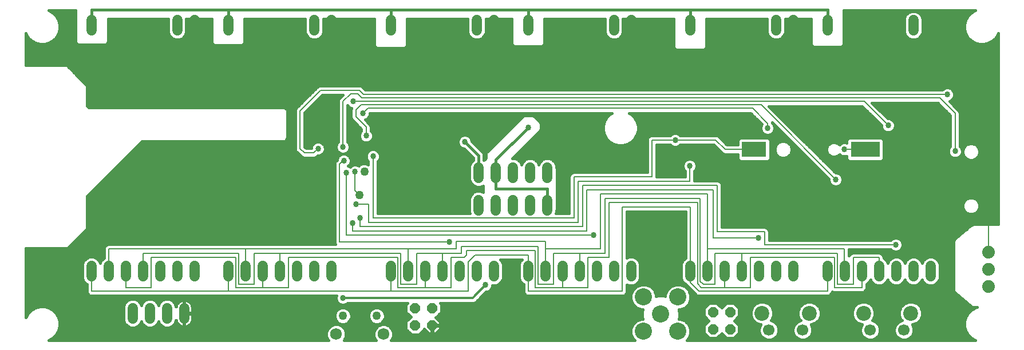
<source format=gbl>
G75*
%MOIN*%
%OFA0B0*%
%FSLAX25Y25*%
%IPPOS*%
%LPD*%
%AMOC8*
5,1,8,0,0,1.08239X$1,22.5*
%
%ADD10C,0.10000*%
%ADD11C,0.06000*%
%ADD12OC8,0.06000*%
%ADD13C,0.06791*%
%ADD14C,0.05020*%
%ADD15R,0.14409X0.09055*%
%ADD16R,0.16929X0.09055*%
%ADD17C,0.06693*%
%ADD18C,0.08661*%
%ADD19C,0.07400*%
%ADD20C,0.05000*%
%ADD21C,0.03369*%
%ADD22C,0.01600*%
%ADD23C,0.00800*%
%ADD24C,0.03762*%
%ADD25C,0.00600*%
%ADD26C,0.01400*%
%ADD27C,0.00700*%
%ADD28C,0.01200*%
D10*
X0363847Y0034904D03*
X0383847Y0034904D03*
X0373847Y0044904D03*
X0363847Y0054904D03*
X0383847Y0054904D03*
D11*
X0391091Y0066924D02*
X0391091Y0072924D01*
X0401091Y0072924D02*
X0401091Y0066924D01*
X0411091Y0066924D02*
X0411091Y0072924D01*
X0421091Y0072924D02*
X0421091Y0066924D01*
X0431091Y0066924D02*
X0431091Y0072924D01*
X0441091Y0072924D02*
X0441091Y0066924D01*
X0451091Y0066924D02*
X0451091Y0072924D01*
X0471013Y0072924D02*
X0471013Y0066924D01*
X0481013Y0066924D02*
X0481013Y0072924D01*
X0491013Y0072924D02*
X0491013Y0066924D01*
X0501013Y0066924D02*
X0501013Y0072924D01*
X0511013Y0072924D02*
X0511013Y0066924D01*
X0521013Y0066924D02*
X0521013Y0072924D01*
X0531013Y0072924D02*
X0531013Y0066924D01*
X0356603Y0066924D02*
X0356603Y0072924D01*
X0346603Y0072924D02*
X0346603Y0066924D01*
X0336603Y0066924D02*
X0336603Y0072924D01*
X0326603Y0072924D02*
X0326603Y0066924D01*
X0316603Y0066924D02*
X0316603Y0072924D01*
X0306603Y0072924D02*
X0306603Y0066924D01*
X0296603Y0066924D02*
X0296603Y0072924D01*
X0276682Y0072924D02*
X0276682Y0066924D01*
X0266682Y0066924D02*
X0266682Y0072924D01*
X0256682Y0072924D02*
X0256682Y0066924D01*
X0246682Y0066924D02*
X0246682Y0072924D01*
X0236682Y0072924D02*
X0236682Y0066924D01*
X0226682Y0066924D02*
X0226682Y0072924D01*
X0216682Y0072924D02*
X0216682Y0066924D01*
X0182194Y0066924D02*
X0182194Y0072924D01*
X0172194Y0072924D02*
X0172194Y0066924D01*
X0162194Y0066924D02*
X0162194Y0072924D01*
X0152194Y0072924D02*
X0152194Y0066924D01*
X0142194Y0066924D02*
X0142194Y0072924D01*
X0132194Y0072924D02*
X0132194Y0066924D01*
X0122194Y0066924D02*
X0122194Y0072924D01*
X0102272Y0072924D02*
X0102272Y0066924D01*
X0092272Y0066924D02*
X0092272Y0072924D01*
X0082272Y0072924D02*
X0082272Y0066924D01*
X0072272Y0066924D02*
X0072272Y0072924D01*
X0062272Y0072924D02*
X0062272Y0066924D01*
X0052272Y0066924D02*
X0052272Y0072924D01*
X0042272Y0072924D02*
X0042272Y0066924D01*
X0066300Y0048404D02*
X0066300Y0042404D01*
X0076300Y0042404D02*
X0076300Y0048404D01*
X0086300Y0048404D02*
X0086300Y0042404D01*
X0096300Y0042404D02*
X0096300Y0048404D01*
X0267800Y0105404D02*
X0267800Y0111404D01*
X0277800Y0111404D02*
X0277800Y0105404D01*
X0287800Y0105404D02*
X0287800Y0111404D01*
X0297800Y0111404D02*
X0297800Y0105404D01*
X0307800Y0105404D02*
X0307800Y0111404D01*
X0307800Y0124404D02*
X0307800Y0130404D01*
X0297800Y0130404D02*
X0297800Y0124404D01*
X0287800Y0124404D02*
X0287800Y0130404D01*
X0277800Y0130404D02*
X0277800Y0124404D01*
X0267800Y0124404D02*
X0267800Y0130404D01*
X0266682Y0210231D02*
X0266682Y0216231D01*
X0276682Y0216231D02*
X0276682Y0210231D01*
X0296603Y0210231D02*
X0296603Y0216231D01*
X0346603Y0216231D02*
X0346603Y0210231D01*
X0356603Y0210231D02*
X0356603Y0216231D01*
X0391091Y0216231D02*
X0391091Y0210231D01*
X0441091Y0210231D02*
X0441091Y0216231D01*
X0451091Y0216231D02*
X0451091Y0210231D01*
X0471013Y0210231D02*
X0471013Y0216231D01*
X0521013Y0216231D02*
X0521013Y0210231D01*
X0531013Y0210231D02*
X0531013Y0216231D01*
X0216682Y0216231D02*
X0216682Y0210231D01*
X0182194Y0210231D02*
X0182194Y0216231D01*
X0172194Y0216231D02*
X0172194Y0210231D01*
X0122194Y0210231D02*
X0122194Y0216231D01*
X0102272Y0216231D02*
X0102272Y0210231D01*
X0092272Y0210231D02*
X0092272Y0216231D01*
X0042272Y0216231D02*
X0042272Y0210231D01*
D12*
X0230800Y0048404D03*
X0240800Y0048404D03*
X0240800Y0038404D03*
X0230800Y0038404D03*
X0404280Y0036183D03*
X0414280Y0036183D03*
X0414280Y0046183D03*
X0404280Y0046183D03*
D13*
X0212430Y0033309D03*
X0184871Y0033309D03*
D14*
X0188808Y0043939D03*
X0208493Y0043939D03*
D15*
X0428263Y0140904D03*
D16*
X0492992Y0140904D03*
D17*
X0495894Y0035672D03*
X0515580Y0035672D03*
X0456524Y0035672D03*
X0436839Y0035672D03*
D18*
X0432902Y0045514D03*
X0460461Y0045514D03*
X0491957Y0045514D03*
X0519517Y0045514D03*
D19*
X0564800Y0060904D03*
X0564800Y0070904D03*
X0564800Y0080904D03*
D20*
X0201300Y0127904D03*
X0198300Y0114404D03*
D21*
X0211100Y0115304D03*
X0196300Y0108904D03*
X0198800Y0100904D03*
X0194300Y0097904D03*
X0250700Y0087104D03*
X0271800Y0061904D03*
X0275600Y0038504D03*
X0188800Y0054404D03*
X0334800Y0090904D03*
X0430800Y0089404D03*
X0475800Y0123404D03*
X0480800Y0140904D03*
X0506300Y0154904D03*
X0545300Y0139904D03*
X0518900Y0122204D03*
X0436100Y0153404D03*
X0390800Y0131404D03*
X0373600Y0131804D03*
X0382300Y0146404D03*
X0296700Y0153804D03*
X0259800Y0145404D03*
X0247100Y0153104D03*
X0217600Y0153304D03*
X0202300Y0148904D03*
X0192600Y0149304D03*
X0188800Y0142404D03*
X0174300Y0141404D03*
X0189300Y0134404D03*
X0190800Y0127404D03*
X0195800Y0127904D03*
X0201300Y0127904D03*
X0206300Y0136904D03*
X0182600Y0123804D03*
X0200300Y0161904D03*
X0194800Y0168904D03*
X0239100Y0212804D03*
X0318600Y0212804D03*
X0412100Y0212304D03*
X0493100Y0212304D03*
X0540800Y0172904D03*
X0510800Y0085404D03*
X0533100Y0034804D03*
X0143600Y0212804D03*
X0064600Y0212804D03*
D22*
X0017538Y0029734D02*
X0017425Y0029704D01*
X0180422Y0029704D01*
X0180042Y0030083D01*
X0179175Y0032177D01*
X0179175Y0034442D01*
X0180042Y0036536D01*
X0181645Y0038138D01*
X0183738Y0039005D01*
X0186004Y0039005D01*
X0188097Y0038138D01*
X0189699Y0036536D01*
X0190567Y0034442D01*
X0190567Y0032177D01*
X0189699Y0030083D01*
X0189320Y0029704D01*
X0207981Y0029704D01*
X0207601Y0030083D01*
X0206734Y0032177D01*
X0206734Y0034442D01*
X0207601Y0036536D01*
X0209204Y0038138D01*
X0211297Y0039005D01*
X0213563Y0039005D01*
X0215656Y0038138D01*
X0217258Y0036536D01*
X0218126Y0034442D01*
X0218126Y0032177D01*
X0217258Y0030083D01*
X0216879Y0029704D01*
X0358723Y0029704D01*
X0357659Y0030769D01*
X0356547Y0033452D01*
X0356547Y0036356D01*
X0357659Y0039039D01*
X0359712Y0041093D01*
X0362395Y0042204D01*
X0363390Y0042204D01*
X0363047Y0043482D01*
X0363047Y0046326D01*
X0363390Y0047604D01*
X0362395Y0047604D01*
X0359712Y0048715D01*
X0357659Y0050769D01*
X0356547Y0053452D01*
X0356547Y0056356D01*
X0357659Y0059039D01*
X0359712Y0061093D01*
X0362395Y0062204D01*
X0365299Y0062204D01*
X0367982Y0061093D01*
X0370036Y0059039D01*
X0371147Y0056356D01*
X0371147Y0055361D01*
X0372425Y0055704D01*
X0375269Y0055704D01*
X0376547Y0055361D01*
X0376547Y0056356D01*
X0377659Y0059039D01*
X0379712Y0061093D01*
X0382395Y0062204D01*
X0385299Y0062204D01*
X0387982Y0061093D01*
X0390036Y0059039D01*
X0391147Y0056356D01*
X0391147Y0053452D01*
X0390036Y0050769D01*
X0387982Y0048715D01*
X0385299Y0047604D01*
X0384305Y0047604D01*
X0384647Y0046326D01*
X0384647Y0043482D01*
X0384305Y0042204D01*
X0385299Y0042204D01*
X0387982Y0041093D01*
X0390036Y0039039D01*
X0391147Y0036356D01*
X0391147Y0033452D01*
X0390036Y0030769D01*
X0388971Y0029704D01*
X0557041Y0029704D01*
X0556928Y0029734D01*
X0554608Y0031074D01*
X0552714Y0032968D01*
X0551374Y0035288D01*
X0550681Y0037876D01*
X0550681Y0040554D01*
X0551374Y0043142D01*
X0552714Y0045462D01*
X0554608Y0047356D01*
X0556928Y0048696D01*
X0558079Y0049004D01*
X0556432Y0049004D01*
X0555988Y0048964D01*
X0555859Y0049004D01*
X0555723Y0049004D01*
X0555312Y0049174D01*
X0554887Y0049307D01*
X0554782Y0049394D01*
X0554657Y0049445D01*
X0554342Y0049760D01*
X0545782Y0056894D01*
X0545657Y0056945D01*
X0545342Y0057260D01*
X0545000Y0057545D01*
X0544937Y0057665D01*
X0544841Y0057761D01*
X0544671Y0058173D01*
X0544464Y0058567D01*
X0544452Y0058702D01*
X0544400Y0058827D01*
X0544400Y0059272D01*
X0544360Y0059716D01*
X0544400Y0059845D01*
X0544400Y0086463D01*
X0544360Y0086592D01*
X0544400Y0087035D01*
X0544400Y0087481D01*
X0544452Y0087606D01*
X0544464Y0087741D01*
X0544671Y0088135D01*
X0544841Y0088547D01*
X0544937Y0088642D01*
X0545000Y0088762D01*
X0545342Y0089048D01*
X0545657Y0089362D01*
X0545782Y0089414D01*
X0554342Y0096548D01*
X0554657Y0096862D01*
X0554782Y0096914D01*
X0554887Y0097001D01*
X0555312Y0097134D01*
X0555723Y0097304D01*
X0555859Y0097304D01*
X0555988Y0097344D01*
X0556432Y0097304D01*
X0570366Y0097304D01*
X0570366Y0208630D01*
X0570336Y0208516D01*
X0568996Y0206196D01*
X0567102Y0204302D01*
X0564782Y0202963D01*
X0562195Y0202269D01*
X0559516Y0202269D01*
X0556928Y0202963D01*
X0554608Y0204302D01*
X0552714Y0206196D01*
X0551374Y0208516D01*
X0550681Y0211104D01*
X0550681Y0213783D01*
X0551374Y0216370D01*
X0552714Y0218690D01*
X0554608Y0220585D01*
X0556928Y0221924D01*
X0557041Y0221954D01*
X0480600Y0221954D01*
X0480600Y0201951D01*
X0479253Y0200604D01*
X0462847Y0200604D01*
X0461500Y0201951D01*
X0461500Y0217104D01*
X0446391Y0217104D01*
X0446391Y0209176D01*
X0445584Y0207228D01*
X0444094Y0205738D01*
X0442146Y0204931D01*
X0440037Y0204931D01*
X0438089Y0205738D01*
X0436598Y0207228D01*
X0435791Y0209176D01*
X0435791Y0217104D01*
X0400600Y0217104D01*
X0400600Y0200451D01*
X0399253Y0199104D01*
X0382847Y0199104D01*
X0381500Y0200451D01*
X0381500Y0217104D01*
X0351903Y0217104D01*
X0351903Y0209176D01*
X0351096Y0207228D01*
X0349605Y0205738D01*
X0347657Y0204931D01*
X0345549Y0204931D01*
X0343601Y0205738D01*
X0342110Y0207228D01*
X0341303Y0209176D01*
X0341303Y0217104D01*
X0306100Y0217104D01*
X0306100Y0202451D01*
X0304753Y0201104D01*
X0288347Y0201104D01*
X0287000Y0202451D01*
X0287000Y0217104D01*
X0271982Y0217104D01*
X0271982Y0209176D01*
X0271175Y0207228D01*
X0269684Y0205738D01*
X0267736Y0204931D01*
X0265628Y0204931D01*
X0263680Y0205738D01*
X0262189Y0207228D01*
X0261382Y0209176D01*
X0261382Y0217104D01*
X0226100Y0217104D01*
X0226100Y0201451D01*
X0224753Y0200104D01*
X0208347Y0200104D01*
X0207000Y0201451D01*
X0207000Y0217104D01*
X0177494Y0217104D01*
X0177494Y0209176D01*
X0176687Y0207228D01*
X0175196Y0205738D01*
X0173248Y0204931D01*
X0171139Y0204931D01*
X0169191Y0205738D01*
X0167701Y0207228D01*
X0166894Y0209176D01*
X0166894Y0217104D01*
X0131600Y0217104D01*
X0131600Y0202951D01*
X0130253Y0201604D01*
X0113847Y0201604D01*
X0112500Y0202951D01*
X0112500Y0217104D01*
X0097572Y0217104D01*
X0097572Y0209176D01*
X0096766Y0207228D01*
X0095275Y0205738D01*
X0093327Y0204931D01*
X0091218Y0204931D01*
X0089270Y0205738D01*
X0087779Y0207228D01*
X0086972Y0209176D01*
X0086972Y0217104D01*
X0052100Y0217104D01*
X0052100Y0203451D01*
X0050753Y0202104D01*
X0034347Y0202104D01*
X0033000Y0203451D01*
X0033000Y0221954D01*
X0017425Y0221954D01*
X0017538Y0221924D01*
X0019858Y0220585D01*
X0021752Y0218690D01*
X0023092Y0216370D01*
X0023785Y0213783D01*
X0023785Y0211104D01*
X0023092Y0208516D01*
X0021752Y0206196D01*
X0019858Y0204302D01*
X0017538Y0202963D01*
X0014950Y0202269D01*
X0012272Y0202269D01*
X0009684Y0202963D01*
X0007364Y0204302D01*
X0005470Y0206196D01*
X0004130Y0208516D01*
X0004100Y0208630D01*
X0004100Y0190004D01*
X0027317Y0190004D01*
X0028273Y0189608D01*
X0038773Y0179108D01*
X0039504Y0178377D01*
X0039900Y0177421D01*
X0039900Y0166481D01*
X0040877Y0165504D01*
X0154317Y0165504D01*
X0155273Y0165108D01*
X0156004Y0164377D01*
X0156400Y0163421D01*
X0156400Y0147887D01*
X0156004Y0146931D01*
X0155273Y0146200D01*
X0154317Y0145804D01*
X0071877Y0145804D01*
X0039900Y0113827D01*
X0039900Y0095387D01*
X0039504Y0094431D01*
X0029504Y0084431D01*
X0028773Y0083700D01*
X0027817Y0083304D01*
X0004100Y0083304D01*
X0004100Y0043029D01*
X0004130Y0043142D01*
X0005470Y0045462D01*
X0007364Y0047356D01*
X0009684Y0048696D01*
X0012272Y0049389D01*
X0014950Y0049389D01*
X0017538Y0048696D01*
X0019858Y0047356D01*
X0021752Y0045462D01*
X0023092Y0043142D01*
X0023785Y0040554D01*
X0023785Y0037876D01*
X0023092Y0035288D01*
X0021752Y0032968D01*
X0019858Y0031074D01*
X0017538Y0029734D01*
X0019039Y0030601D02*
X0179828Y0030601D01*
X0179175Y0032199D02*
X0020984Y0032199D01*
X0022231Y0033798D02*
X0179175Y0033798D01*
X0179570Y0035396D02*
X0023121Y0035396D01*
X0023549Y0036995D02*
X0180502Y0036995D01*
X0182744Y0038594D02*
X0099222Y0038594D01*
X0099427Y0038743D02*
X0099961Y0039277D01*
X0100405Y0039888D01*
X0100748Y0040561D01*
X0100982Y0041280D01*
X0101100Y0042026D01*
X0101100Y0045204D01*
X0096500Y0045204D01*
X0096500Y0045604D01*
X0096100Y0045604D01*
X0096100Y0053204D01*
X0095922Y0053204D01*
X0095176Y0053086D01*
X0094457Y0052852D01*
X0093784Y0052509D01*
X0093173Y0052065D01*
X0092639Y0051531D01*
X0092195Y0050920D01*
X0091852Y0050246D01*
X0091618Y0049528D01*
X0091600Y0049413D01*
X0091600Y0049458D01*
X0090793Y0051406D01*
X0089302Y0052897D01*
X0087354Y0053704D01*
X0085246Y0053704D01*
X0083298Y0052897D01*
X0081807Y0051406D01*
X0081300Y0050182D01*
X0080793Y0051406D01*
X0079302Y0052897D01*
X0077354Y0053704D01*
X0075246Y0053704D01*
X0073298Y0052897D01*
X0071807Y0051406D01*
X0071300Y0050182D01*
X0070793Y0051406D01*
X0069302Y0052897D01*
X0067354Y0053704D01*
X0065246Y0053704D01*
X0063298Y0052897D01*
X0061807Y0051406D01*
X0061000Y0049458D01*
X0061000Y0041350D01*
X0061807Y0039402D01*
X0063298Y0037911D01*
X0065246Y0037104D01*
X0067354Y0037104D01*
X0069302Y0037911D01*
X0070793Y0039402D01*
X0071300Y0040625D01*
X0071807Y0039402D01*
X0073298Y0037911D01*
X0075246Y0037104D01*
X0077354Y0037104D01*
X0079302Y0037911D01*
X0080793Y0039402D01*
X0081300Y0040625D01*
X0081807Y0039402D01*
X0083298Y0037911D01*
X0085246Y0037104D01*
X0087354Y0037104D01*
X0089302Y0037911D01*
X0090793Y0039402D01*
X0091600Y0041350D01*
X0091600Y0041395D01*
X0091618Y0041280D01*
X0091852Y0040561D01*
X0092195Y0039888D01*
X0092639Y0039277D01*
X0093173Y0038743D01*
X0093784Y0038299D01*
X0094457Y0037956D01*
X0095176Y0037722D01*
X0095922Y0037604D01*
X0096100Y0037604D01*
X0096100Y0045204D01*
X0096500Y0045204D01*
X0096500Y0037604D01*
X0096678Y0037604D01*
X0097424Y0037722D01*
X0098143Y0037956D01*
X0098816Y0038299D01*
X0099427Y0038743D01*
X0100560Y0040192D02*
X0185753Y0040192D01*
X0186083Y0039862D02*
X0187851Y0039130D01*
X0189765Y0039130D01*
X0191532Y0039862D01*
X0192885Y0041215D01*
X0193618Y0042983D01*
X0193618Y0044896D01*
X0192885Y0046664D01*
X0191532Y0048017D01*
X0189765Y0048749D01*
X0187851Y0048749D01*
X0186083Y0048017D01*
X0184730Y0046664D01*
X0183998Y0044896D01*
X0183998Y0042983D01*
X0184730Y0041215D01*
X0186083Y0039862D01*
X0186997Y0038594D02*
X0210303Y0038594D01*
X0209450Y0039130D02*
X0211217Y0039862D01*
X0212570Y0041215D01*
X0213303Y0042983D01*
X0213303Y0044896D01*
X0212570Y0046664D01*
X0211217Y0048017D01*
X0209450Y0048749D01*
X0207536Y0048749D01*
X0205768Y0048017D01*
X0204415Y0046664D01*
X0203683Y0044896D01*
X0203683Y0042983D01*
X0204415Y0041215D01*
X0205768Y0039862D01*
X0207536Y0039130D01*
X0209450Y0039130D01*
X0211548Y0040192D02*
X0225500Y0040192D01*
X0225500Y0040599D02*
X0225500Y0036209D01*
X0228605Y0033104D01*
X0232995Y0033104D01*
X0236100Y0036209D01*
X0236100Y0036316D01*
X0238812Y0033604D01*
X0240600Y0033604D01*
X0240600Y0038204D01*
X0241000Y0038204D01*
X0241000Y0038604D01*
X0245600Y0038604D01*
X0245600Y0040392D01*
X0242888Y0043104D01*
X0242995Y0043104D01*
X0246100Y0046209D01*
X0246100Y0050599D01*
X0245295Y0051404D01*
X0264897Y0051404D01*
X0265999Y0051861D01*
X0272058Y0057920D01*
X0272593Y0057920D01*
X0274057Y0058526D01*
X0275178Y0059647D01*
X0275784Y0061111D01*
X0275784Y0061624D01*
X0277736Y0061624D01*
X0279684Y0062430D01*
X0281175Y0063921D01*
X0281982Y0065869D01*
X0281982Y0073978D01*
X0281175Y0075926D01*
X0280347Y0076754D01*
X0292938Y0076754D01*
X0292110Y0075926D01*
X0291303Y0073978D01*
X0291303Y0065869D01*
X0292110Y0063921D01*
X0293601Y0062430D01*
X0293953Y0062285D01*
X0293953Y0057877D01*
X0294357Y0056903D01*
X0295102Y0056157D01*
X0296076Y0055754D01*
X0352127Y0055754D01*
X0353101Y0056157D01*
X0353847Y0056903D01*
X0354250Y0057877D01*
X0354250Y0062162D01*
X0355549Y0061624D01*
X0357657Y0061624D01*
X0359605Y0062430D01*
X0361096Y0063921D01*
X0361903Y0065869D01*
X0361903Y0073978D01*
X0361096Y0075926D01*
X0359605Y0077417D01*
X0357657Y0078224D01*
X0355549Y0078224D01*
X0354250Y0077686D01*
X0354250Y0104754D01*
X0388441Y0104754D01*
X0388441Y0077563D01*
X0388089Y0077417D01*
X0386598Y0075926D01*
X0385791Y0073978D01*
X0385791Y0065869D01*
X0386598Y0063921D01*
X0388089Y0062430D01*
X0388742Y0062160D01*
X0388845Y0061911D01*
X0393853Y0056903D01*
X0394599Y0056157D01*
X0395573Y0055754D01*
X0471527Y0055754D01*
X0472501Y0056157D01*
X0473247Y0056903D01*
X0473650Y0057877D01*
X0473650Y0058206D01*
X0473699Y0058157D01*
X0474673Y0057754D01*
X0491540Y0057754D01*
X0492514Y0058157D01*
X0493259Y0058903D01*
X0493663Y0059877D01*
X0493663Y0062285D01*
X0494015Y0062430D01*
X0495506Y0063921D01*
X0496013Y0065145D01*
X0496519Y0063921D01*
X0498010Y0062430D01*
X0499958Y0061624D01*
X0502067Y0061624D01*
X0504015Y0062430D01*
X0505506Y0063921D01*
X0506013Y0065145D01*
X0506519Y0063921D01*
X0508010Y0062430D01*
X0509958Y0061624D01*
X0512067Y0061624D01*
X0514015Y0062430D01*
X0515506Y0063921D01*
X0516013Y0065145D01*
X0516519Y0063921D01*
X0518010Y0062430D01*
X0519958Y0061624D01*
X0522067Y0061624D01*
X0524015Y0062430D01*
X0525506Y0063921D01*
X0526013Y0065145D01*
X0526519Y0063921D01*
X0528010Y0062430D01*
X0529958Y0061624D01*
X0532067Y0061624D01*
X0534015Y0062430D01*
X0535506Y0063921D01*
X0536313Y0065869D01*
X0536313Y0073978D01*
X0535506Y0075926D01*
X0534015Y0077417D01*
X0532067Y0078224D01*
X0529958Y0078224D01*
X0528010Y0077417D01*
X0526519Y0075926D01*
X0526013Y0074702D01*
X0525506Y0075926D01*
X0524015Y0077417D01*
X0522067Y0078224D01*
X0519958Y0078224D01*
X0518010Y0077417D01*
X0516519Y0075926D01*
X0516013Y0074702D01*
X0515506Y0075926D01*
X0514015Y0077417D01*
X0512067Y0078224D01*
X0509958Y0078224D01*
X0508010Y0077417D01*
X0506519Y0075926D01*
X0506013Y0074702D01*
X0505506Y0075926D01*
X0504015Y0077417D01*
X0503663Y0077563D01*
X0503663Y0078431D01*
X0503259Y0079405D01*
X0502514Y0080150D01*
X0501540Y0080554D01*
X0485473Y0080554D01*
X0484499Y0080150D01*
X0483753Y0079405D01*
X0483550Y0078914D01*
X0483550Y0082704D01*
X0507865Y0082704D01*
X0508543Y0082026D01*
X0510007Y0081420D01*
X0511593Y0081420D01*
X0513057Y0082026D01*
X0514178Y0083147D01*
X0514784Y0084611D01*
X0514784Y0086196D01*
X0514178Y0087661D01*
X0513057Y0088782D01*
X0511593Y0089388D01*
X0510007Y0089388D01*
X0508543Y0088782D01*
X0507865Y0088104D01*
X0437000Y0088104D01*
X0437000Y0093441D01*
X0436589Y0094433D01*
X0435829Y0095193D01*
X0434837Y0095604D01*
X0409500Y0095604D01*
X0409500Y0120441D01*
X0409089Y0121433D01*
X0408329Y0122193D01*
X0407337Y0122604D01*
X0393500Y0122604D01*
X0393500Y0128469D01*
X0394178Y0129147D01*
X0394784Y0130611D01*
X0394784Y0132196D01*
X0394178Y0133661D01*
X0393057Y0134782D01*
X0391593Y0135388D01*
X0390007Y0135388D01*
X0388543Y0134782D01*
X0387422Y0133661D01*
X0386816Y0132196D01*
X0386816Y0130611D01*
X0387422Y0129147D01*
X0388100Y0128469D01*
X0388100Y0125104D01*
X0371500Y0125104D01*
X0371500Y0143704D01*
X0379365Y0143704D01*
X0380043Y0143026D01*
X0381507Y0142420D01*
X0383093Y0142420D01*
X0384557Y0143026D01*
X0385235Y0143704D01*
X0404682Y0143704D01*
X0409011Y0139375D01*
X0409771Y0138615D01*
X0410763Y0138204D01*
X0418758Y0138204D01*
X0418758Y0135424D01*
X0420105Y0134076D01*
X0436420Y0134076D01*
X0437767Y0135424D01*
X0437767Y0146384D01*
X0436420Y0147731D01*
X0420105Y0147731D01*
X0418758Y0146384D01*
X0418758Y0143604D01*
X0412418Y0143604D01*
X0407329Y0148693D01*
X0406337Y0149104D01*
X0385235Y0149104D01*
X0384557Y0149782D01*
X0383093Y0150388D01*
X0381507Y0150388D01*
X0380043Y0149782D01*
X0379365Y0149104D01*
X0368263Y0149104D01*
X0367271Y0148693D01*
X0366511Y0147933D01*
X0366100Y0146941D01*
X0366100Y0127604D01*
X0322763Y0127604D01*
X0321771Y0127193D01*
X0321011Y0126433D01*
X0320600Y0125441D01*
X0320600Y0103604D01*
X0312791Y0103604D01*
X0313100Y0104350D01*
X0313100Y0105451D01*
X0313600Y0105951D01*
X0313600Y0129857D01*
X0313100Y0130357D01*
X0313100Y0131458D01*
X0312293Y0133406D01*
X0310802Y0134897D01*
X0308854Y0135704D01*
X0306746Y0135704D01*
X0304798Y0134897D01*
X0303307Y0133406D01*
X0302800Y0132182D01*
X0302293Y0133406D01*
X0300802Y0134897D01*
X0298854Y0135704D01*
X0296746Y0135704D01*
X0294798Y0134897D01*
X0293307Y0133406D01*
X0292800Y0132182D01*
X0292293Y0133406D01*
X0290802Y0134897D01*
X0288854Y0135704D01*
X0287418Y0135704D01*
X0302829Y0151115D01*
X0303589Y0151875D01*
X0304000Y0152867D01*
X0304000Y0155941D01*
X0303589Y0156933D01*
X0301089Y0159433D01*
X0300329Y0160193D01*
X0299337Y0160604D01*
X0294263Y0160604D01*
X0293271Y0160193D01*
X0273271Y0140193D01*
X0272511Y0139433D01*
X0272100Y0138441D01*
X0272100Y0136022D01*
X0271271Y0135193D01*
X0270900Y0134822D01*
X0270900Y0138021D01*
X0270428Y0139160D01*
X0263784Y0145804D01*
X0263784Y0146196D01*
X0263178Y0147661D01*
X0262057Y0148782D01*
X0260593Y0149388D01*
X0259007Y0149388D01*
X0257543Y0148782D01*
X0256422Y0147661D01*
X0255816Y0146196D01*
X0255816Y0144611D01*
X0256422Y0143147D01*
X0257543Y0142026D01*
X0259007Y0141420D01*
X0259400Y0141420D01*
X0264700Y0136120D01*
X0264700Y0134799D01*
X0263307Y0133406D01*
X0262500Y0131458D01*
X0262500Y0123350D01*
X0263307Y0121402D01*
X0264798Y0119911D01*
X0266746Y0119104D01*
X0268854Y0119104D01*
X0270500Y0119786D01*
X0270500Y0116022D01*
X0268854Y0116704D01*
X0266746Y0116704D01*
X0264798Y0115897D01*
X0263307Y0114406D01*
X0262500Y0112458D01*
X0262500Y0104350D01*
X0262809Y0103604D01*
X0209000Y0103604D01*
X0209000Y0133969D01*
X0209678Y0134647D01*
X0210284Y0136111D01*
X0210284Y0137696D01*
X0209678Y0139161D01*
X0208557Y0140282D01*
X0207093Y0140888D01*
X0205507Y0140888D01*
X0204043Y0140282D01*
X0202922Y0139161D01*
X0202316Y0137696D01*
X0202316Y0136111D01*
X0202922Y0134647D01*
X0203600Y0133969D01*
X0203600Y0132147D01*
X0202255Y0132704D01*
X0200345Y0132704D01*
X0198581Y0131973D01*
X0197938Y0131331D01*
X0196593Y0131888D01*
X0195007Y0131888D01*
X0193543Y0131282D01*
X0193047Y0130786D01*
X0191823Y0131293D01*
X0192678Y0132147D01*
X0193284Y0133611D01*
X0193284Y0135196D01*
X0192678Y0136661D01*
X0191557Y0137782D01*
X0190093Y0138388D01*
X0188507Y0138388D01*
X0187043Y0137782D01*
X0185922Y0136661D01*
X0185316Y0135196D01*
X0185316Y0134738D01*
X0184511Y0133933D01*
X0184100Y0132941D01*
X0184100Y0086567D01*
X0184511Y0085575D01*
X0184532Y0085554D01*
X0051745Y0085554D01*
X0050771Y0085150D01*
X0050026Y0084405D01*
X0049622Y0083431D01*
X0049622Y0077563D01*
X0049270Y0077417D01*
X0047779Y0075926D01*
X0047272Y0074702D01*
X0046766Y0075926D01*
X0045275Y0077417D01*
X0043327Y0078224D01*
X0041218Y0078224D01*
X0039270Y0077417D01*
X0037779Y0075926D01*
X0036972Y0073978D01*
X0036972Y0065869D01*
X0037779Y0063921D01*
X0039270Y0062430D01*
X0039622Y0062285D01*
X0039622Y0057877D01*
X0040026Y0056903D01*
X0040771Y0056157D01*
X0041745Y0055754D01*
X0185047Y0055754D01*
X0184816Y0055196D01*
X0184816Y0053611D01*
X0185422Y0052147D01*
X0186543Y0051026D01*
X0188007Y0050420D01*
X0189593Y0050420D01*
X0191057Y0051026D01*
X0191435Y0051404D01*
X0226305Y0051404D01*
X0225500Y0050599D01*
X0225500Y0046209D01*
X0228305Y0043404D01*
X0225500Y0040599D01*
X0226691Y0041791D02*
X0212809Y0041791D01*
X0213303Y0043389D02*
X0228290Y0043389D01*
X0226721Y0044988D02*
X0213265Y0044988D01*
X0212603Y0046586D02*
X0225500Y0046586D01*
X0225500Y0048185D02*
X0210813Y0048185D01*
X0206173Y0048185D02*
X0191128Y0048185D01*
X0192918Y0046586D02*
X0204383Y0046586D01*
X0203721Y0044988D02*
X0193580Y0044988D01*
X0193618Y0043389D02*
X0203683Y0043389D01*
X0204177Y0041791D02*
X0193124Y0041791D01*
X0191863Y0040192D02*
X0205438Y0040192D01*
X0208061Y0036995D02*
X0189240Y0036995D01*
X0190171Y0035396D02*
X0207129Y0035396D01*
X0206734Y0033798D02*
X0190567Y0033798D01*
X0190567Y0032199D02*
X0206734Y0032199D01*
X0207387Y0030601D02*
X0189914Y0030601D01*
X0184492Y0041791D02*
X0101063Y0041791D01*
X0101100Y0043389D02*
X0183998Y0043389D01*
X0184036Y0044988D02*
X0101100Y0044988D01*
X0101100Y0045604D02*
X0101100Y0048782D01*
X0100982Y0049528D01*
X0100748Y0050246D01*
X0100405Y0050920D01*
X0099961Y0051531D01*
X0099427Y0052065D01*
X0098816Y0052509D01*
X0098143Y0052852D01*
X0097424Y0053086D01*
X0096678Y0053204D01*
X0096500Y0053204D01*
X0096500Y0045604D01*
X0101100Y0045604D01*
X0101100Y0046586D02*
X0184698Y0046586D01*
X0186488Y0048185D02*
X0101100Y0048185D01*
X0100899Y0049783D02*
X0225500Y0049783D01*
X0226282Y0051382D02*
X0191412Y0051382D01*
X0186188Y0051382D02*
X0100070Y0051382D01*
X0097749Y0052980D02*
X0185077Y0052980D01*
X0184816Y0054579D02*
X0004100Y0054579D01*
X0004100Y0056177D02*
X0040752Y0056177D01*
X0039664Y0057776D02*
X0004100Y0057776D01*
X0004100Y0059374D02*
X0039622Y0059374D01*
X0039622Y0060973D02*
X0004100Y0060973D01*
X0004100Y0062571D02*
X0039130Y0062571D01*
X0037676Y0064170D02*
X0004100Y0064170D01*
X0004100Y0065768D02*
X0037014Y0065768D01*
X0036972Y0067367D02*
X0004100Y0067367D01*
X0004100Y0068965D02*
X0036972Y0068965D01*
X0036972Y0070564D02*
X0004100Y0070564D01*
X0004100Y0072162D02*
X0036972Y0072162D01*
X0036972Y0073761D02*
X0004100Y0073761D01*
X0004100Y0075359D02*
X0037545Y0075359D01*
X0038811Y0076958D02*
X0004100Y0076958D01*
X0004100Y0078556D02*
X0049622Y0078556D01*
X0049622Y0080155D02*
X0004100Y0080155D01*
X0004100Y0081753D02*
X0049622Y0081753D01*
X0049622Y0083352D02*
X0027933Y0083352D01*
X0030023Y0084950D02*
X0050571Y0084950D01*
X0034819Y0089746D02*
X0184100Y0089746D01*
X0184100Y0091344D02*
X0036417Y0091344D01*
X0038016Y0092943D02*
X0184100Y0092943D01*
X0184100Y0094541D02*
X0039550Y0094541D01*
X0039900Y0096140D02*
X0184100Y0096140D01*
X0184100Y0097738D02*
X0039900Y0097738D01*
X0039900Y0099337D02*
X0184100Y0099337D01*
X0184100Y0100935D02*
X0039900Y0100935D01*
X0039900Y0102534D02*
X0184100Y0102534D01*
X0184100Y0104132D02*
X0039900Y0104132D01*
X0039900Y0105731D02*
X0184100Y0105731D01*
X0184100Y0107330D02*
X0039900Y0107330D01*
X0039900Y0108928D02*
X0184100Y0108928D01*
X0184100Y0110527D02*
X0039900Y0110527D01*
X0039900Y0112125D02*
X0184100Y0112125D01*
X0184100Y0113724D02*
X0039900Y0113724D01*
X0041395Y0115322D02*
X0184100Y0115322D01*
X0184100Y0116921D02*
X0042994Y0116921D01*
X0044592Y0118519D02*
X0184100Y0118519D01*
X0184100Y0120118D02*
X0046191Y0120118D01*
X0047789Y0121716D02*
X0184100Y0121716D01*
X0184100Y0123315D02*
X0049388Y0123315D01*
X0050986Y0124913D02*
X0184100Y0124913D01*
X0184100Y0126512D02*
X0052585Y0126512D01*
X0054183Y0128110D02*
X0184100Y0128110D01*
X0184100Y0129709D02*
X0055782Y0129709D01*
X0057380Y0131307D02*
X0184100Y0131307D01*
X0184100Y0132906D02*
X0058979Y0132906D01*
X0060577Y0134504D02*
X0185082Y0134504D01*
X0185691Y0136103D02*
X0062176Y0136103D01*
X0063774Y0137701D02*
X0163684Y0137701D01*
X0164771Y0136615D02*
X0165763Y0136204D01*
X0172337Y0136204D01*
X0173329Y0136615D01*
X0174089Y0137375D01*
X0174134Y0137420D01*
X0175093Y0137420D01*
X0176557Y0138026D01*
X0177678Y0139147D01*
X0178284Y0140611D01*
X0178284Y0142196D01*
X0177678Y0143661D01*
X0176557Y0144782D01*
X0175093Y0145388D01*
X0173507Y0145388D01*
X0172043Y0144782D01*
X0170922Y0143661D01*
X0170316Y0142196D01*
X0170316Y0141604D01*
X0167418Y0141604D01*
X0166500Y0142522D01*
X0166500Y0162286D01*
X0176918Y0172704D01*
X0188782Y0172704D01*
X0186511Y0170433D01*
X0186100Y0169441D01*
X0186100Y0145339D01*
X0185422Y0144661D01*
X0184816Y0143196D01*
X0184816Y0141611D01*
X0185422Y0140147D01*
X0186543Y0139026D01*
X0188007Y0138420D01*
X0189593Y0138420D01*
X0191057Y0139026D01*
X0192178Y0140147D01*
X0192784Y0141611D01*
X0192784Y0143196D01*
X0192178Y0144661D01*
X0191500Y0145339D01*
X0191500Y0166569D01*
X0192543Y0165526D01*
X0193829Y0164994D01*
X0193600Y0164441D01*
X0193600Y0159367D01*
X0194011Y0158375D01*
X0194771Y0157615D01*
X0199600Y0152786D01*
X0199600Y0151839D01*
X0198922Y0151161D01*
X0198316Y0149696D01*
X0198316Y0148111D01*
X0198922Y0146647D01*
X0200043Y0145526D01*
X0201507Y0144920D01*
X0203093Y0144920D01*
X0204557Y0145526D01*
X0205678Y0146647D01*
X0206284Y0148111D01*
X0206284Y0149696D01*
X0205678Y0151161D01*
X0205000Y0151839D01*
X0205000Y0154441D01*
X0204589Y0155433D01*
X0201807Y0158216D01*
X0202557Y0158526D01*
X0203678Y0159647D01*
X0204284Y0161111D01*
X0204284Y0162070D01*
X0204418Y0162204D01*
X0345367Y0162204D01*
X0344199Y0161529D01*
X0342304Y0159635D01*
X0340965Y0157315D01*
X0340272Y0154728D01*
X0340272Y0152049D01*
X0340965Y0149461D01*
X0342304Y0147141D01*
X0344199Y0145247D01*
X0346519Y0143908D01*
X0349106Y0143214D01*
X0351785Y0143214D01*
X0354373Y0143908D01*
X0356693Y0145247D01*
X0358587Y0147141D01*
X0359926Y0149461D01*
X0360620Y0152049D01*
X0360620Y0154728D01*
X0359926Y0157315D01*
X0358587Y0159635D01*
X0356693Y0161529D01*
X0355524Y0162204D01*
X0426182Y0162204D01*
X0432724Y0155662D01*
X0432722Y0155661D01*
X0432116Y0154196D01*
X0432116Y0152611D01*
X0432722Y0151147D01*
X0433843Y0150026D01*
X0435307Y0149420D01*
X0436893Y0149420D01*
X0438357Y0150026D01*
X0439478Y0151147D01*
X0440084Y0152611D01*
X0440084Y0154196D01*
X0439478Y0155661D01*
X0438800Y0156339D01*
X0438800Y0156586D01*
X0471816Y0123570D01*
X0471816Y0122611D01*
X0472422Y0121147D01*
X0473543Y0120026D01*
X0475007Y0119420D01*
X0476593Y0119420D01*
X0478057Y0120026D01*
X0479178Y0121147D01*
X0479784Y0122611D01*
X0479784Y0124196D01*
X0479178Y0125661D01*
X0478057Y0126782D01*
X0476593Y0127388D01*
X0475634Y0127388D01*
X0436818Y0166204D01*
X0491182Y0166204D01*
X0502316Y0155070D01*
X0502316Y0154111D01*
X0502922Y0152647D01*
X0504043Y0151526D01*
X0505507Y0150920D01*
X0507093Y0150920D01*
X0508557Y0151526D01*
X0509678Y0152647D01*
X0510284Y0154111D01*
X0510284Y0155696D01*
X0509678Y0157161D01*
X0508557Y0158282D01*
X0507093Y0158888D01*
X0506134Y0158888D01*
X0496818Y0168204D01*
X0535182Y0168204D01*
X0542600Y0160786D01*
X0542600Y0142839D01*
X0541922Y0142161D01*
X0541316Y0140696D01*
X0541316Y0139111D01*
X0541922Y0137647D01*
X0543043Y0136526D01*
X0544507Y0135920D01*
X0546093Y0135920D01*
X0547557Y0136526D01*
X0548678Y0137647D01*
X0549284Y0139111D01*
X0549284Y0140696D01*
X0548678Y0142161D01*
X0548000Y0142839D01*
X0548000Y0162441D01*
X0547589Y0163433D01*
X0546829Y0164193D01*
X0541953Y0169069D01*
X0543057Y0169526D01*
X0544178Y0170647D01*
X0544784Y0172111D01*
X0544784Y0173696D01*
X0544178Y0175161D01*
X0543057Y0176282D01*
X0541593Y0176888D01*
X0540007Y0176888D01*
X0538543Y0176282D01*
X0537865Y0175604D01*
X0201918Y0175604D01*
X0199829Y0177693D01*
X0198837Y0178104D01*
X0175263Y0178104D01*
X0174271Y0177693D01*
X0173511Y0176933D01*
X0161511Y0164933D01*
X0161100Y0163941D01*
X0161100Y0140867D01*
X0161511Y0139875D01*
X0162271Y0139115D01*
X0164771Y0136615D01*
X0162086Y0139300D02*
X0065373Y0139300D01*
X0066971Y0140898D02*
X0161100Y0140898D01*
X0161100Y0142497D02*
X0068570Y0142497D01*
X0070168Y0144095D02*
X0161100Y0144095D01*
X0161100Y0145694D02*
X0071767Y0145694D01*
X0039906Y0166474D02*
X0163052Y0166474D01*
X0161487Y0164876D02*
X0155505Y0164876D01*
X0156400Y0163277D02*
X0161100Y0163277D01*
X0161100Y0161679D02*
X0156400Y0161679D01*
X0156400Y0160080D02*
X0161100Y0160080D01*
X0161100Y0158482D02*
X0156400Y0158482D01*
X0156400Y0156883D02*
X0161100Y0156883D01*
X0161100Y0155285D02*
X0156400Y0155285D01*
X0156400Y0153686D02*
X0161100Y0153686D01*
X0161100Y0152088D02*
X0156400Y0152088D01*
X0156400Y0150489D02*
X0161100Y0150489D01*
X0161100Y0148891D02*
X0156400Y0148891D01*
X0156154Y0147292D02*
X0161100Y0147292D01*
X0166500Y0147292D02*
X0186100Y0147292D01*
X0186100Y0145694D02*
X0166500Y0145694D01*
X0166500Y0144095D02*
X0171357Y0144095D01*
X0170440Y0142497D02*
X0166526Y0142497D01*
X0166500Y0148891D02*
X0186100Y0148891D01*
X0186100Y0150489D02*
X0166500Y0150489D01*
X0166500Y0152088D02*
X0186100Y0152088D01*
X0186100Y0153686D02*
X0166500Y0153686D01*
X0166500Y0155285D02*
X0186100Y0155285D01*
X0186100Y0156883D02*
X0166500Y0156883D01*
X0166500Y0158482D02*
X0186100Y0158482D01*
X0186100Y0160080D02*
X0166500Y0160080D01*
X0166500Y0161679D02*
X0186100Y0161679D01*
X0186100Y0163277D02*
X0167492Y0163277D01*
X0169090Y0164876D02*
X0186100Y0164876D01*
X0186100Y0166474D02*
X0170689Y0166474D01*
X0172287Y0168073D02*
X0186100Y0168073D01*
X0186195Y0169671D02*
X0173886Y0169671D01*
X0175484Y0171270D02*
X0187348Y0171270D01*
X0191500Y0166474D02*
X0191595Y0166474D01*
X0191500Y0164876D02*
X0193780Y0164876D01*
X0193600Y0163277D02*
X0191500Y0163277D01*
X0191500Y0161679D02*
X0193600Y0161679D01*
X0193600Y0160080D02*
X0191500Y0160080D01*
X0191500Y0158482D02*
X0193967Y0158482D01*
X0195502Y0156883D02*
X0191500Y0156883D01*
X0191500Y0155285D02*
X0197101Y0155285D01*
X0198699Y0153686D02*
X0191500Y0153686D01*
X0191500Y0152088D02*
X0199600Y0152088D01*
X0198644Y0150489D02*
X0191500Y0150489D01*
X0191500Y0148891D02*
X0198316Y0148891D01*
X0198655Y0147292D02*
X0191500Y0147292D01*
X0191500Y0145694D02*
X0199876Y0145694D01*
X0204724Y0145694D02*
X0255816Y0145694D01*
X0256030Y0144095D02*
X0192412Y0144095D01*
X0192784Y0142497D02*
X0257073Y0142497D01*
X0259922Y0140898D02*
X0192489Y0140898D01*
X0191330Y0139300D02*
X0203061Y0139300D01*
X0202318Y0137701D02*
X0191637Y0137701D01*
X0192909Y0136103D02*
X0202319Y0136103D01*
X0203065Y0134504D02*
X0193284Y0134504D01*
X0192992Y0132906D02*
X0203600Y0132906D01*
X0209000Y0132906D02*
X0263100Y0132906D01*
X0262500Y0131307D02*
X0209000Y0131307D01*
X0209000Y0129709D02*
X0262500Y0129709D01*
X0262500Y0128110D02*
X0209000Y0128110D01*
X0209000Y0126512D02*
X0262500Y0126512D01*
X0262500Y0124913D02*
X0209000Y0124913D01*
X0209000Y0123315D02*
X0262515Y0123315D01*
X0263177Y0121716D02*
X0209000Y0121716D01*
X0209000Y0120118D02*
X0264591Y0120118D01*
X0270500Y0118519D02*
X0209000Y0118519D01*
X0209000Y0116921D02*
X0270500Y0116921D01*
X0277800Y0117904D02*
X0277800Y0127404D01*
X0277800Y0134904D01*
X0296700Y0153804D01*
X0302204Y0150489D02*
X0340689Y0150489D01*
X0340272Y0152088D02*
X0303677Y0152088D01*
X0304000Y0153686D02*
X0340272Y0153686D01*
X0340421Y0155285D02*
X0304000Y0155285D01*
X0303610Y0156883D02*
X0340849Y0156883D01*
X0341639Y0158482D02*
X0302040Y0158482D01*
X0300442Y0160080D02*
X0342750Y0160080D01*
X0344458Y0161679D02*
X0204284Y0161679D01*
X0203857Y0160080D02*
X0293158Y0160080D01*
X0291560Y0158482D02*
X0202450Y0158482D01*
X0203139Y0156883D02*
X0289961Y0156883D01*
X0288363Y0155285D02*
X0204650Y0155285D01*
X0205000Y0153686D02*
X0286764Y0153686D01*
X0285166Y0152088D02*
X0205000Y0152088D01*
X0205956Y0150489D02*
X0283567Y0150489D01*
X0281968Y0148891D02*
X0261793Y0148891D01*
X0263330Y0147292D02*
X0280370Y0147292D01*
X0278771Y0145694D02*
X0263894Y0145694D01*
X0265493Y0144095D02*
X0277173Y0144095D01*
X0275574Y0142497D02*
X0267091Y0142497D01*
X0268690Y0140898D02*
X0273976Y0140898D01*
X0272456Y0139300D02*
X0270288Y0139300D01*
X0270900Y0137701D02*
X0272100Y0137701D01*
X0272100Y0136103D02*
X0270900Y0136103D01*
X0267800Y0137404D02*
X0259800Y0145404D01*
X0256270Y0147292D02*
X0205945Y0147292D01*
X0206284Y0148891D02*
X0257807Y0148891D01*
X0261520Y0139300D02*
X0209539Y0139300D01*
X0210282Y0137701D02*
X0263119Y0137701D01*
X0264700Y0136103D02*
X0210281Y0136103D01*
X0209535Y0134504D02*
X0264405Y0134504D01*
X0267800Y0137404D02*
X0267800Y0127404D01*
X0277800Y0117904D02*
X0307800Y0117904D01*
X0307800Y0108404D01*
X0313600Y0108928D02*
X0320600Y0108928D01*
X0320600Y0107330D02*
X0313600Y0107330D01*
X0313380Y0105731D02*
X0320600Y0105731D01*
X0320600Y0104132D02*
X0313010Y0104132D01*
X0313600Y0110527D02*
X0320600Y0110527D01*
X0320600Y0112125D02*
X0313600Y0112125D01*
X0313600Y0113724D02*
X0320600Y0113724D01*
X0320600Y0115322D02*
X0313600Y0115322D01*
X0313600Y0116921D02*
X0320600Y0116921D01*
X0320600Y0118519D02*
X0313600Y0118519D01*
X0313600Y0120118D02*
X0320600Y0120118D01*
X0320600Y0121716D02*
X0313600Y0121716D01*
X0313600Y0123315D02*
X0320600Y0123315D01*
X0320600Y0124913D02*
X0313600Y0124913D01*
X0313600Y0126512D02*
X0321089Y0126512D01*
X0313600Y0128110D02*
X0366100Y0128110D01*
X0366100Y0129709D02*
X0313600Y0129709D01*
X0313100Y0131307D02*
X0366100Y0131307D01*
X0366100Y0132906D02*
X0312500Y0132906D01*
X0311195Y0134504D02*
X0366100Y0134504D01*
X0366100Y0136103D02*
X0287817Y0136103D01*
X0289416Y0137701D02*
X0366100Y0137701D01*
X0366100Y0139300D02*
X0291014Y0139300D01*
X0292613Y0140898D02*
X0366100Y0140898D01*
X0366100Y0142497D02*
X0294211Y0142497D01*
X0295810Y0144095D02*
X0346193Y0144095D01*
X0343752Y0145694D02*
X0297408Y0145694D01*
X0299007Y0147292D02*
X0342217Y0147292D01*
X0341294Y0148891D02*
X0300605Y0148891D01*
X0301195Y0134504D02*
X0304405Y0134504D01*
X0303100Y0132906D02*
X0302500Y0132906D01*
X0294405Y0134504D02*
X0291195Y0134504D01*
X0292500Y0132906D02*
X0293100Y0132906D01*
X0264223Y0115322D02*
X0209000Y0115322D01*
X0209000Y0113724D02*
X0263024Y0113724D01*
X0262500Y0112125D02*
X0209000Y0112125D01*
X0209000Y0110527D02*
X0262500Y0110527D01*
X0262500Y0108928D02*
X0209000Y0108928D01*
X0209000Y0107330D02*
X0262500Y0107330D01*
X0262500Y0105731D02*
X0209000Y0105731D01*
X0209000Y0104132D02*
X0262590Y0104132D01*
X0281410Y0075359D02*
X0291875Y0075359D01*
X0291303Y0073761D02*
X0281982Y0073761D01*
X0281982Y0072162D02*
X0291303Y0072162D01*
X0291303Y0070564D02*
X0281982Y0070564D01*
X0281982Y0068965D02*
X0291303Y0068965D01*
X0291303Y0067367D02*
X0281982Y0067367D01*
X0281940Y0065768D02*
X0291345Y0065768D01*
X0292007Y0064170D02*
X0281278Y0064170D01*
X0279825Y0062571D02*
X0293460Y0062571D01*
X0293953Y0060973D02*
X0275727Y0060973D01*
X0274905Y0059374D02*
X0293953Y0059374D01*
X0293995Y0057776D02*
X0271914Y0057776D01*
X0270316Y0056177D02*
X0295082Y0056177D01*
X0268717Y0054579D02*
X0356547Y0054579D01*
X0356547Y0056177D02*
X0353121Y0056177D01*
X0354208Y0057776D02*
X0357135Y0057776D01*
X0357994Y0059374D02*
X0354250Y0059374D01*
X0354250Y0060973D02*
X0359592Y0060973D01*
X0359746Y0062571D02*
X0387948Y0062571D01*
X0388102Y0060973D02*
X0389784Y0060973D01*
X0389701Y0059374D02*
X0391382Y0059374D01*
X0390559Y0057776D02*
X0392981Y0057776D01*
X0394579Y0056177D02*
X0391147Y0056177D01*
X0391147Y0054579D02*
X0548560Y0054579D01*
X0546642Y0056177D02*
X0472521Y0056177D01*
X0473608Y0057776D02*
X0474620Y0057776D01*
X0464217Y0051135D02*
X0461780Y0052145D01*
X0459142Y0052145D01*
X0456705Y0051135D01*
X0454840Y0049270D01*
X0453831Y0046833D01*
X0453831Y0044195D01*
X0454840Y0041758D01*
X0455316Y0041283D01*
X0453326Y0040458D01*
X0451738Y0038870D01*
X0450878Y0036795D01*
X0450878Y0034548D01*
X0451738Y0032473D01*
X0453326Y0030885D01*
X0455401Y0030025D01*
X0457648Y0030025D01*
X0459723Y0030885D01*
X0461311Y0032473D01*
X0462171Y0034548D01*
X0462171Y0036795D01*
X0461311Y0038870D01*
X0461298Y0038883D01*
X0461780Y0038883D01*
X0464217Y0039893D01*
X0466083Y0041758D01*
X0467092Y0044195D01*
X0467092Y0046833D01*
X0466083Y0049270D01*
X0464217Y0051135D01*
X0463623Y0051382D02*
X0488796Y0051382D01*
X0488201Y0051135D02*
X0490639Y0052145D01*
X0493276Y0052145D01*
X0495713Y0051135D01*
X0497579Y0049270D01*
X0498588Y0046833D01*
X0498588Y0044195D01*
X0497579Y0041758D01*
X0497103Y0041283D01*
X0499093Y0040458D01*
X0500681Y0038870D01*
X0501541Y0036795D01*
X0501541Y0034548D01*
X0500681Y0032473D01*
X0499093Y0030885D01*
X0497018Y0030025D01*
X0494771Y0030025D01*
X0492696Y0030885D01*
X0491108Y0032473D01*
X0490248Y0034548D01*
X0490248Y0036795D01*
X0491108Y0038870D01*
X0491121Y0038883D01*
X0490639Y0038883D01*
X0488201Y0039893D01*
X0486336Y0041758D01*
X0485327Y0044195D01*
X0485327Y0046833D01*
X0486336Y0049270D01*
X0488201Y0051135D01*
X0486849Y0049783D02*
X0465570Y0049783D01*
X0466532Y0048185D02*
X0485887Y0048185D01*
X0485327Y0046586D02*
X0467092Y0046586D01*
X0467092Y0044988D02*
X0485327Y0044988D01*
X0485661Y0043389D02*
X0466758Y0043389D01*
X0466096Y0041791D02*
X0486323Y0041791D01*
X0487902Y0040192D02*
X0464517Y0040192D01*
X0461426Y0038594D02*
X0490993Y0038594D01*
X0490331Y0036995D02*
X0462088Y0036995D01*
X0462171Y0035396D02*
X0490248Y0035396D01*
X0490559Y0033798D02*
X0461860Y0033798D01*
X0461038Y0032199D02*
X0491381Y0032199D01*
X0493381Y0030601D02*
X0459038Y0030601D01*
X0454011Y0030601D02*
X0439353Y0030601D01*
X0440038Y0030885D02*
X0441626Y0032473D01*
X0442486Y0034548D01*
X0442486Y0036795D01*
X0441626Y0038870D01*
X0440038Y0040458D01*
X0438048Y0041283D01*
X0438524Y0041758D01*
X0439533Y0044195D01*
X0439533Y0046833D01*
X0438524Y0049270D01*
X0436658Y0051135D01*
X0434221Y0052145D01*
X0431583Y0052145D01*
X0429146Y0051135D01*
X0427281Y0049270D01*
X0426272Y0046833D01*
X0426272Y0044195D01*
X0427281Y0041758D01*
X0429146Y0039893D01*
X0431583Y0038883D01*
X0432066Y0038883D01*
X0432053Y0038870D01*
X0431193Y0036795D01*
X0431193Y0034548D01*
X0432053Y0032473D01*
X0433641Y0030885D01*
X0435716Y0030025D01*
X0437963Y0030025D01*
X0440038Y0030885D01*
X0441352Y0032199D02*
X0452011Y0032199D01*
X0451189Y0033798D02*
X0442175Y0033798D01*
X0442486Y0035396D02*
X0450878Y0035396D01*
X0450961Y0036995D02*
X0442403Y0036995D01*
X0441741Y0038594D02*
X0451623Y0038594D01*
X0453059Y0040192D02*
X0440304Y0040192D01*
X0438537Y0041791D02*
X0454827Y0041791D01*
X0454165Y0043389D02*
X0439199Y0043389D01*
X0439533Y0044988D02*
X0453831Y0044988D01*
X0453831Y0046586D02*
X0439533Y0046586D01*
X0438973Y0048185D02*
X0454391Y0048185D01*
X0455353Y0049783D02*
X0438011Y0049783D01*
X0436064Y0051382D02*
X0457300Y0051382D01*
X0429741Y0051382D02*
X0416577Y0051382D01*
X0416476Y0051483D02*
X0412085Y0051483D01*
X0409280Y0048679D01*
X0406476Y0051483D01*
X0402085Y0051483D01*
X0398980Y0048379D01*
X0398980Y0043988D01*
X0401785Y0041183D01*
X0398980Y0038379D01*
X0398980Y0033988D01*
X0402085Y0030883D01*
X0406476Y0030883D01*
X0409280Y0033688D01*
X0412085Y0030883D01*
X0416476Y0030883D01*
X0419580Y0033988D01*
X0419580Y0038379D01*
X0416776Y0041183D01*
X0419580Y0043988D01*
X0419580Y0048379D01*
X0416476Y0051483D01*
X0418176Y0049783D02*
X0427794Y0049783D01*
X0426831Y0048185D02*
X0419580Y0048185D01*
X0419580Y0046586D02*
X0426272Y0046586D01*
X0426272Y0044988D02*
X0419580Y0044988D01*
X0418981Y0043389D02*
X0426606Y0043389D01*
X0427268Y0041791D02*
X0417383Y0041791D01*
X0417767Y0040192D02*
X0428847Y0040192D01*
X0431938Y0038594D02*
X0419366Y0038594D01*
X0419580Y0036995D02*
X0431276Y0036995D01*
X0431193Y0035396D02*
X0419580Y0035396D01*
X0419390Y0033798D02*
X0431504Y0033798D01*
X0432326Y0032199D02*
X0417792Y0032199D01*
X0410769Y0032199D02*
X0407792Y0032199D01*
X0400769Y0032199D02*
X0390628Y0032199D01*
X0391147Y0033798D02*
X0399170Y0033798D01*
X0398980Y0035396D02*
X0391147Y0035396D01*
X0390883Y0036995D02*
X0398980Y0036995D01*
X0399195Y0038594D02*
X0390220Y0038594D01*
X0388883Y0040192D02*
X0400794Y0040192D01*
X0401178Y0041791D02*
X0386297Y0041791D01*
X0384622Y0043389D02*
X0399579Y0043389D01*
X0398980Y0044988D02*
X0384647Y0044988D01*
X0384577Y0046586D02*
X0398980Y0046586D01*
X0398980Y0048185D02*
X0386701Y0048185D01*
X0389050Y0049783D02*
X0400385Y0049783D01*
X0401983Y0051382D02*
X0390290Y0051382D01*
X0390952Y0052980D02*
X0550479Y0052980D01*
X0552397Y0051382D02*
X0522678Y0051382D01*
X0523273Y0051135D02*
X0520835Y0052145D01*
X0518198Y0052145D01*
X0515761Y0051135D01*
X0513895Y0049270D01*
X0512886Y0046833D01*
X0512886Y0044195D01*
X0513895Y0041758D01*
X0514371Y0041283D01*
X0512381Y0040458D01*
X0510793Y0038870D01*
X0509933Y0036795D01*
X0509933Y0034548D01*
X0510793Y0032473D01*
X0512381Y0030885D01*
X0514456Y0030025D01*
X0516703Y0030025D01*
X0518778Y0030885D01*
X0520366Y0032473D01*
X0521226Y0034548D01*
X0521226Y0036795D01*
X0520366Y0038870D01*
X0520353Y0038883D01*
X0520835Y0038883D01*
X0523273Y0039893D01*
X0525138Y0041758D01*
X0526147Y0044195D01*
X0526147Y0046833D01*
X0525138Y0049270D01*
X0523273Y0051135D01*
X0524625Y0049783D02*
X0554315Y0049783D01*
X0556043Y0048185D02*
X0525587Y0048185D01*
X0526147Y0046586D02*
X0553838Y0046586D01*
X0552440Y0044988D02*
X0526147Y0044988D01*
X0525813Y0043389D02*
X0551517Y0043389D01*
X0551012Y0041791D02*
X0525151Y0041791D01*
X0523572Y0040192D02*
X0550681Y0040192D01*
X0550681Y0038594D02*
X0520481Y0038594D01*
X0521143Y0036995D02*
X0550917Y0036995D01*
X0551345Y0035396D02*
X0521226Y0035396D01*
X0520915Y0033798D02*
X0552235Y0033798D01*
X0553482Y0032199D02*
X0520093Y0032199D01*
X0518093Y0030601D02*
X0555427Y0030601D01*
X0513066Y0030601D02*
X0498408Y0030601D01*
X0500408Y0032199D02*
X0511066Y0032199D01*
X0510244Y0033798D02*
X0501230Y0033798D01*
X0501541Y0035396D02*
X0509933Y0035396D01*
X0510016Y0036995D02*
X0501458Y0036995D01*
X0500796Y0038594D02*
X0510678Y0038594D01*
X0512115Y0040192D02*
X0499359Y0040192D01*
X0497592Y0041791D02*
X0513882Y0041791D01*
X0513220Y0043389D02*
X0498254Y0043389D01*
X0498588Y0044988D02*
X0512886Y0044988D01*
X0512886Y0046586D02*
X0498588Y0046586D01*
X0498028Y0048185D02*
X0513446Y0048185D01*
X0514408Y0049783D02*
X0497066Y0049783D01*
X0495119Y0051382D02*
X0516355Y0051382D01*
X0517870Y0062571D02*
X0514155Y0062571D01*
X0515609Y0064170D02*
X0516417Y0064170D01*
X0507870Y0062571D02*
X0504155Y0062571D01*
X0505609Y0064170D02*
X0506417Y0064170D01*
X0497870Y0062571D02*
X0494155Y0062571D01*
X0493663Y0060973D02*
X0544400Y0060973D01*
X0544400Y0062571D02*
X0534155Y0062571D01*
X0535609Y0064170D02*
X0544400Y0064170D01*
X0544400Y0065768D02*
X0536271Y0065768D01*
X0536313Y0067367D02*
X0544400Y0067367D01*
X0544400Y0068965D02*
X0536313Y0068965D01*
X0536313Y0070564D02*
X0544400Y0070564D01*
X0544400Y0072162D02*
X0536313Y0072162D01*
X0536313Y0073761D02*
X0544400Y0073761D01*
X0544400Y0075359D02*
X0535740Y0075359D01*
X0534474Y0076958D02*
X0544400Y0076958D01*
X0544400Y0078556D02*
X0503611Y0078556D01*
X0504474Y0076958D02*
X0507551Y0076958D01*
X0506285Y0075359D02*
X0505740Y0075359D01*
X0514474Y0076958D02*
X0517551Y0076958D01*
X0516285Y0075359D02*
X0515740Y0075359D01*
X0524474Y0076958D02*
X0527551Y0076958D01*
X0526285Y0075359D02*
X0525740Y0075359D01*
X0514262Y0083352D02*
X0544400Y0083352D01*
X0544400Y0084950D02*
X0514784Y0084950D01*
X0514638Y0086549D02*
X0544373Y0086549D01*
X0544676Y0088147D02*
X0513691Y0088147D01*
X0507909Y0088147D02*
X0437000Y0088147D01*
X0437000Y0089746D02*
X0546180Y0089746D01*
X0548099Y0091344D02*
X0437000Y0091344D01*
X0437000Y0092943D02*
X0550017Y0092943D01*
X0551935Y0094541D02*
X0436481Y0094541D01*
X0409500Y0096140D02*
X0553853Y0096140D01*
X0553648Y0103352D02*
X0555542Y0103352D01*
X0557292Y0104077D01*
X0558631Y0105416D01*
X0559356Y0107166D01*
X0559356Y0109060D01*
X0558631Y0110809D01*
X0557292Y0112148D01*
X0555542Y0112873D01*
X0553648Y0112873D01*
X0551899Y0112148D01*
X0550559Y0110809D01*
X0549835Y0109060D01*
X0549835Y0107166D01*
X0550559Y0105416D01*
X0551899Y0104077D01*
X0553648Y0103352D01*
X0551843Y0104132D02*
X0409500Y0104132D01*
X0409500Y0102534D02*
X0570366Y0102534D01*
X0570366Y0104132D02*
X0557348Y0104132D01*
X0558762Y0105731D02*
X0570366Y0105731D01*
X0570366Y0107330D02*
X0559356Y0107330D01*
X0559356Y0108928D02*
X0570366Y0108928D01*
X0570366Y0110527D02*
X0558748Y0110527D01*
X0557315Y0112125D02*
X0570366Y0112125D01*
X0570366Y0113724D02*
X0409500Y0113724D01*
X0409500Y0115322D02*
X0570366Y0115322D01*
X0570366Y0116921D02*
X0409500Y0116921D01*
X0409500Y0118519D02*
X0570366Y0118519D01*
X0570366Y0120118D02*
X0478148Y0120118D01*
X0479413Y0121716D02*
X0570366Y0121716D01*
X0570366Y0123315D02*
X0479784Y0123315D01*
X0479487Y0124913D02*
X0570366Y0124913D01*
X0570366Y0126512D02*
X0478327Y0126512D01*
X0474912Y0128110D02*
X0570366Y0128110D01*
X0570366Y0129709D02*
X0473314Y0129709D01*
X0471715Y0131307D02*
X0570366Y0131307D01*
X0570366Y0132906D02*
X0470117Y0132906D01*
X0468518Y0134504D02*
X0483147Y0134504D01*
X0483575Y0134076D02*
X0502409Y0134076D01*
X0503757Y0135424D01*
X0503757Y0146384D01*
X0502409Y0147731D01*
X0483575Y0147731D01*
X0482228Y0146384D01*
X0482228Y0144625D01*
X0481593Y0144888D01*
X0480007Y0144888D01*
X0478543Y0144282D01*
X0477952Y0143690D01*
X0477119Y0144523D01*
X0475551Y0145172D01*
X0473853Y0145172D01*
X0472284Y0144523D01*
X0471083Y0143322D01*
X0470433Y0141753D01*
X0470433Y0140055D01*
X0471083Y0138486D01*
X0472284Y0137285D01*
X0473853Y0136635D01*
X0475551Y0136635D01*
X0477119Y0137285D01*
X0477952Y0138118D01*
X0478543Y0137526D01*
X0480007Y0136920D01*
X0481593Y0136920D01*
X0482228Y0137183D01*
X0482228Y0135424D01*
X0483575Y0134076D01*
X0482228Y0136103D02*
X0466920Y0136103D01*
X0465321Y0137701D02*
X0471868Y0137701D01*
X0470746Y0139300D02*
X0463723Y0139300D01*
X0462124Y0140898D02*
X0470433Y0140898D01*
X0470741Y0142497D02*
X0460526Y0142497D01*
X0458927Y0144095D02*
X0471856Y0144095D01*
X0477547Y0144095D02*
X0478357Y0144095D01*
X0482228Y0145694D02*
X0457329Y0145694D01*
X0455730Y0147292D02*
X0483136Y0147292D01*
X0502849Y0147292D02*
X0542600Y0147292D01*
X0542600Y0145694D02*
X0503757Y0145694D01*
X0503757Y0144095D02*
X0542600Y0144095D01*
X0542258Y0142497D02*
X0503757Y0142497D01*
X0503757Y0140898D02*
X0541399Y0140898D01*
X0541316Y0139300D02*
X0503757Y0139300D01*
X0503757Y0137701D02*
X0541900Y0137701D01*
X0544066Y0136103D02*
X0503757Y0136103D01*
X0502837Y0134504D02*
X0570366Y0134504D01*
X0570366Y0136103D02*
X0557822Y0136103D01*
X0557292Y0135573D02*
X0558631Y0136912D01*
X0559356Y0138662D01*
X0559356Y0140556D01*
X0558631Y0142305D01*
X0557292Y0143645D01*
X0555542Y0144369D01*
X0553648Y0144369D01*
X0551899Y0143645D01*
X0550559Y0142305D01*
X0549835Y0140556D01*
X0549835Y0138662D01*
X0550559Y0136912D01*
X0551899Y0135573D01*
X0553648Y0134848D01*
X0555542Y0134848D01*
X0557292Y0135573D01*
X0558958Y0137701D02*
X0570366Y0137701D01*
X0570366Y0139300D02*
X0559356Y0139300D01*
X0559214Y0140898D02*
X0570366Y0140898D01*
X0570366Y0142497D02*
X0558440Y0142497D01*
X0556204Y0144095D02*
X0570366Y0144095D01*
X0570366Y0145694D02*
X0548000Y0145694D01*
X0548000Y0147292D02*
X0570366Y0147292D01*
X0570366Y0148891D02*
X0548000Y0148891D01*
X0548000Y0150489D02*
X0570366Y0150489D01*
X0570366Y0152088D02*
X0548000Y0152088D01*
X0548000Y0153686D02*
X0570366Y0153686D01*
X0570366Y0155285D02*
X0548000Y0155285D01*
X0548000Y0156883D02*
X0570366Y0156883D01*
X0570366Y0158482D02*
X0548000Y0158482D01*
X0548000Y0160080D02*
X0570366Y0160080D01*
X0570366Y0161679D02*
X0548000Y0161679D01*
X0547654Y0163277D02*
X0570366Y0163277D01*
X0570366Y0164876D02*
X0546146Y0164876D01*
X0544548Y0166474D02*
X0570366Y0166474D01*
X0570366Y0168073D02*
X0542949Y0168073D01*
X0543202Y0169671D02*
X0570366Y0169671D01*
X0570366Y0171270D02*
X0544436Y0171270D01*
X0544784Y0172868D02*
X0570366Y0172868D01*
X0570366Y0174467D02*
X0544465Y0174467D01*
X0543273Y0176065D02*
X0570366Y0176065D01*
X0570366Y0177664D02*
X0199858Y0177664D01*
X0201457Y0176065D02*
X0538327Y0176065D01*
X0535313Y0168073D02*
X0496949Y0168073D01*
X0498548Y0166474D02*
X0536911Y0166474D01*
X0538510Y0164876D02*
X0500146Y0164876D01*
X0501745Y0163277D02*
X0540108Y0163277D01*
X0541707Y0161679D02*
X0503343Y0161679D01*
X0504942Y0160080D02*
X0542600Y0160080D01*
X0542600Y0158482D02*
X0508073Y0158482D01*
X0509793Y0156883D02*
X0542600Y0156883D01*
X0542600Y0155285D02*
X0510284Y0155285D01*
X0510108Y0153686D02*
X0542600Y0153686D01*
X0542600Y0152088D02*
X0509118Y0152088D01*
X0503482Y0152088D02*
X0450934Y0152088D01*
X0449336Y0153686D02*
X0502492Y0153686D01*
X0502101Y0155285D02*
X0447737Y0155285D01*
X0446139Y0156883D02*
X0500502Y0156883D01*
X0498904Y0158482D02*
X0444540Y0158482D01*
X0442942Y0160080D02*
X0497305Y0160080D01*
X0495707Y0161679D02*
X0441343Y0161679D01*
X0439745Y0163277D02*
X0494108Y0163277D01*
X0492510Y0164876D02*
X0438146Y0164876D01*
X0428305Y0160080D02*
X0358142Y0160080D01*
X0359253Y0158482D02*
X0429904Y0158482D01*
X0431502Y0156883D02*
X0360042Y0156883D01*
X0360470Y0155285D02*
X0432567Y0155285D01*
X0432116Y0153686D02*
X0360620Y0153686D01*
X0360620Y0152088D02*
X0432333Y0152088D01*
X0433380Y0150489D02*
X0360202Y0150489D01*
X0359597Y0148891D02*
X0367748Y0148891D01*
X0366246Y0147292D02*
X0358674Y0147292D01*
X0357139Y0145694D02*
X0366100Y0145694D01*
X0366100Y0144095D02*
X0354698Y0144095D01*
X0371500Y0142497D02*
X0381321Y0142497D01*
X0383279Y0142497D02*
X0405889Y0142497D01*
X0407487Y0140898D02*
X0371500Y0140898D01*
X0371500Y0139300D02*
X0409086Y0139300D01*
X0418758Y0137701D02*
X0371500Y0137701D01*
X0371500Y0136103D02*
X0418758Y0136103D01*
X0419677Y0134504D02*
X0393334Y0134504D01*
X0394490Y0132906D02*
X0462480Y0132906D01*
X0460881Y0134504D02*
X0436848Y0134504D01*
X0437767Y0136103D02*
X0444068Y0136103D01*
X0444207Y0136045D02*
X0446141Y0136045D01*
X0447926Y0136785D01*
X0449293Y0138152D01*
X0450033Y0139937D01*
X0450033Y0141870D01*
X0449293Y0143656D01*
X0447926Y0145023D01*
X0446141Y0145763D01*
X0444207Y0145763D01*
X0442422Y0145023D01*
X0441055Y0143656D01*
X0440315Y0141870D01*
X0440315Y0139937D01*
X0441055Y0138152D01*
X0442422Y0136785D01*
X0444207Y0136045D01*
X0446280Y0136103D02*
X0459283Y0136103D01*
X0457684Y0137701D02*
X0448843Y0137701D01*
X0449769Y0139300D02*
X0456086Y0139300D01*
X0454487Y0140898D02*
X0450033Y0140898D01*
X0449774Y0142497D02*
X0452889Y0142497D01*
X0451290Y0144095D02*
X0448854Y0144095D01*
X0449692Y0145694D02*
X0446308Y0145694D01*
X0444040Y0145694D02*
X0437767Y0145694D01*
X0437767Y0144095D02*
X0441494Y0144095D01*
X0440574Y0142497D02*
X0437767Y0142497D01*
X0437767Y0140898D02*
X0440315Y0140898D01*
X0440579Y0139300D02*
X0437767Y0139300D01*
X0437767Y0137701D02*
X0441505Y0137701D01*
X0464078Y0131307D02*
X0394784Y0131307D01*
X0394410Y0129709D02*
X0465677Y0129709D01*
X0467275Y0128110D02*
X0393500Y0128110D01*
X0393500Y0126512D02*
X0468874Y0126512D01*
X0470472Y0124913D02*
X0393500Y0124913D01*
X0393500Y0123315D02*
X0471816Y0123315D01*
X0472187Y0121716D02*
X0408806Y0121716D01*
X0409500Y0120118D02*
X0473452Y0120118D01*
X0477535Y0137701D02*
X0478368Y0137701D01*
X0454131Y0148891D02*
X0542600Y0148891D01*
X0542600Y0150489D02*
X0452533Y0150489D01*
X0448093Y0147292D02*
X0436859Y0147292D01*
X0438820Y0150489D02*
X0444896Y0150489D01*
X0446495Y0148891D02*
X0406852Y0148891D01*
X0408730Y0147292D02*
X0419666Y0147292D01*
X0418758Y0145694D02*
X0410329Y0145694D01*
X0411927Y0144095D02*
X0418758Y0144095D01*
X0439867Y0152088D02*
X0443298Y0152088D01*
X0441699Y0153686D02*
X0440084Y0153686D01*
X0440101Y0155285D02*
X0439633Y0155285D01*
X0426707Y0161679D02*
X0356434Y0161679D01*
X0371500Y0134504D02*
X0388266Y0134504D01*
X0387110Y0132906D02*
X0371500Y0132906D01*
X0371500Y0131307D02*
X0386816Y0131307D01*
X0387190Y0129709D02*
X0371500Y0129709D01*
X0371500Y0128110D02*
X0388100Y0128110D01*
X0388100Y0126512D02*
X0371500Y0126512D01*
X0409500Y0112125D02*
X0551875Y0112125D01*
X0550442Y0110527D02*
X0409500Y0110527D01*
X0409500Y0108928D02*
X0549835Y0108928D01*
X0549835Y0107330D02*
X0409500Y0107330D01*
X0409500Y0105731D02*
X0550429Y0105731D01*
X0570366Y0100935D02*
X0409500Y0100935D01*
X0409500Y0099337D02*
X0570366Y0099337D01*
X0570366Y0097738D02*
X0409500Y0097738D01*
X0388441Y0097738D02*
X0354250Y0097738D01*
X0354250Y0096140D02*
X0388441Y0096140D01*
X0388441Y0094541D02*
X0354250Y0094541D01*
X0354250Y0092943D02*
X0388441Y0092943D01*
X0388441Y0091344D02*
X0354250Y0091344D01*
X0354250Y0089746D02*
X0388441Y0089746D01*
X0388441Y0088147D02*
X0354250Y0088147D01*
X0354250Y0086549D02*
X0388441Y0086549D01*
X0388441Y0084950D02*
X0354250Y0084950D01*
X0354250Y0083352D02*
X0388441Y0083352D01*
X0388441Y0081753D02*
X0354250Y0081753D01*
X0354250Y0080155D02*
X0388441Y0080155D01*
X0388441Y0078556D02*
X0354250Y0078556D01*
X0360064Y0076958D02*
X0387630Y0076958D01*
X0386364Y0075359D02*
X0361331Y0075359D01*
X0361903Y0073761D02*
X0385791Y0073761D01*
X0385791Y0072162D02*
X0361903Y0072162D01*
X0361903Y0070564D02*
X0385791Y0070564D01*
X0385791Y0068965D02*
X0361903Y0068965D01*
X0361903Y0067367D02*
X0385791Y0067367D01*
X0385833Y0065768D02*
X0361861Y0065768D01*
X0361199Y0064170D02*
X0386495Y0064170D01*
X0379592Y0060973D02*
X0368102Y0060973D01*
X0369701Y0059374D02*
X0377994Y0059374D01*
X0377135Y0057776D02*
X0370559Y0057776D01*
X0371147Y0056177D02*
X0376547Y0056177D01*
X0358644Y0049783D02*
X0246100Y0049783D01*
X0246100Y0048185D02*
X0360993Y0048185D01*
X0363117Y0046586D02*
X0246100Y0046586D01*
X0244879Y0044988D02*
X0363047Y0044988D01*
X0363072Y0043389D02*
X0243280Y0043389D01*
X0244202Y0041791D02*
X0361397Y0041791D01*
X0358812Y0040192D02*
X0245600Y0040192D01*
X0245600Y0038204D02*
X0241000Y0038204D01*
X0241000Y0033604D01*
X0242788Y0033604D01*
X0245600Y0036416D01*
X0245600Y0038204D01*
X0245600Y0036995D02*
X0356812Y0036995D01*
X0356547Y0035396D02*
X0244581Y0035396D01*
X0242982Y0033798D02*
X0356547Y0033798D01*
X0357066Y0032199D02*
X0218126Y0032199D01*
X0218126Y0033798D02*
X0227911Y0033798D01*
X0226312Y0035396D02*
X0217730Y0035396D01*
X0216799Y0036995D02*
X0225500Y0036995D01*
X0225500Y0038594D02*
X0214557Y0038594D01*
X0217473Y0030601D02*
X0357826Y0030601D01*
X0357474Y0038594D02*
X0241000Y0038594D01*
X0241000Y0036995D02*
X0240600Y0036995D01*
X0240600Y0035396D02*
X0241000Y0035396D01*
X0241000Y0033798D02*
X0240600Y0033798D01*
X0238618Y0033798D02*
X0233689Y0033798D01*
X0235288Y0035396D02*
X0237019Y0035396D01*
X0245318Y0051382D02*
X0357405Y0051382D01*
X0356743Y0052980D02*
X0267119Y0052980D01*
X0184107Y0086549D02*
X0031622Y0086549D01*
X0033220Y0088147D02*
X0184100Y0088147D01*
X0096500Y0052980D02*
X0096100Y0052980D01*
X0094851Y0052980D02*
X0089102Y0052980D01*
X0090803Y0051382D02*
X0092530Y0051382D01*
X0091701Y0049783D02*
X0091465Y0049783D01*
X0096100Y0049783D02*
X0096500Y0049783D01*
X0096500Y0048185D02*
X0096100Y0048185D01*
X0096100Y0046586D02*
X0096500Y0046586D01*
X0096500Y0044988D02*
X0096100Y0044988D01*
X0096100Y0043389D02*
X0096500Y0043389D01*
X0096500Y0041791D02*
X0096100Y0041791D01*
X0096100Y0040192D02*
X0096500Y0040192D01*
X0096500Y0038594D02*
X0096100Y0038594D01*
X0093378Y0038594D02*
X0089985Y0038594D01*
X0091120Y0040192D02*
X0092040Y0040192D01*
X0082615Y0038594D02*
X0079985Y0038594D01*
X0081120Y0040192D02*
X0081480Y0040192D01*
X0072615Y0038594D02*
X0069985Y0038594D01*
X0071120Y0040192D02*
X0071480Y0040192D01*
X0062615Y0038594D02*
X0023785Y0038594D01*
X0023785Y0040192D02*
X0061480Y0040192D01*
X0061000Y0041791D02*
X0023454Y0041791D01*
X0022949Y0043389D02*
X0061000Y0043389D01*
X0061000Y0044988D02*
X0022026Y0044988D01*
X0020628Y0046586D02*
X0061000Y0046586D01*
X0061000Y0048185D02*
X0018423Y0048185D01*
X0008799Y0048185D02*
X0004100Y0048185D01*
X0004100Y0049783D02*
X0061135Y0049783D01*
X0061797Y0051382D02*
X0004100Y0051382D01*
X0004100Y0052980D02*
X0063498Y0052980D01*
X0069102Y0052980D02*
X0073498Y0052980D01*
X0071797Y0051382D02*
X0070803Y0051382D01*
X0079102Y0052980D02*
X0083498Y0052980D01*
X0081797Y0051382D02*
X0080803Y0051382D01*
X0096100Y0051382D02*
X0096500Y0051382D01*
X0048811Y0076958D02*
X0045734Y0076958D01*
X0047000Y0075359D02*
X0047545Y0075359D01*
X0006594Y0046586D02*
X0004100Y0046586D01*
X0004100Y0044988D02*
X0005196Y0044988D01*
X0004273Y0043389D02*
X0004100Y0043389D01*
X0191838Y0131307D02*
X0193605Y0131307D01*
X0186963Y0137701D02*
X0175772Y0137701D01*
X0177741Y0139300D02*
X0186270Y0139300D01*
X0185111Y0140898D02*
X0178284Y0140898D01*
X0178160Y0142497D02*
X0184816Y0142497D01*
X0185188Y0144095D02*
X0177243Y0144095D01*
X0164651Y0168073D02*
X0039900Y0168073D01*
X0039900Y0169671D02*
X0166249Y0169671D01*
X0167848Y0171270D02*
X0039900Y0171270D01*
X0039900Y0172868D02*
X0169446Y0172868D01*
X0171045Y0174467D02*
X0039900Y0174467D01*
X0039900Y0176065D02*
X0172643Y0176065D01*
X0174242Y0177664D02*
X0039799Y0177664D01*
X0038618Y0179263D02*
X0570366Y0179263D01*
X0570366Y0180861D02*
X0037020Y0180861D01*
X0035421Y0182460D02*
X0570366Y0182460D01*
X0570366Y0184058D02*
X0033823Y0184058D01*
X0032224Y0185657D02*
X0570366Y0185657D01*
X0570366Y0187255D02*
X0030626Y0187255D01*
X0029027Y0188854D02*
X0570366Y0188854D01*
X0570366Y0190452D02*
X0004100Y0190452D01*
X0004100Y0192051D02*
X0570366Y0192051D01*
X0570366Y0193649D02*
X0004100Y0193649D01*
X0004100Y0195248D02*
X0570366Y0195248D01*
X0570366Y0196846D02*
X0004100Y0196846D01*
X0004100Y0198445D02*
X0570366Y0198445D01*
X0570366Y0200043D02*
X0400192Y0200043D01*
X0400600Y0201642D02*
X0461810Y0201642D01*
X0461500Y0203240D02*
X0400600Y0203240D01*
X0400600Y0204839D02*
X0461500Y0204839D01*
X0461500Y0206437D02*
X0444793Y0206437D01*
X0445919Y0208036D02*
X0461500Y0208036D01*
X0461500Y0209634D02*
X0446391Y0209634D01*
X0446391Y0211233D02*
X0461500Y0211233D01*
X0461500Y0212831D02*
X0446391Y0212831D01*
X0446391Y0214430D02*
X0461500Y0214430D01*
X0461500Y0216028D02*
X0446391Y0216028D01*
X0435791Y0216028D02*
X0400600Y0216028D01*
X0400600Y0214430D02*
X0435791Y0214430D01*
X0435791Y0212831D02*
X0400600Y0212831D01*
X0400600Y0211233D02*
X0435791Y0211233D01*
X0435791Y0209634D02*
X0400600Y0209634D01*
X0400600Y0208036D02*
X0436264Y0208036D01*
X0437390Y0206437D02*
X0400600Y0206437D01*
X0391091Y0213231D02*
X0391091Y0222304D01*
X0471000Y0222304D01*
X0471000Y0213231D01*
X0480600Y0212831D02*
X0515713Y0212831D01*
X0515713Y0211233D02*
X0480600Y0211233D01*
X0480600Y0209634D02*
X0515713Y0209634D01*
X0515713Y0209176D02*
X0516519Y0207228D01*
X0518010Y0205738D01*
X0519958Y0204931D01*
X0522067Y0204931D01*
X0524015Y0205738D01*
X0525506Y0207228D01*
X0526313Y0209176D01*
X0526313Y0217285D01*
X0525506Y0219233D01*
X0524015Y0220724D01*
X0522067Y0221531D01*
X0519958Y0221531D01*
X0518010Y0220724D01*
X0516519Y0219233D01*
X0515713Y0217285D01*
X0515713Y0209176D01*
X0516185Y0208036D02*
X0480600Y0208036D01*
X0480600Y0206437D02*
X0517311Y0206437D01*
X0524714Y0206437D02*
X0552575Y0206437D01*
X0551652Y0208036D02*
X0525840Y0208036D01*
X0526313Y0209634D02*
X0551075Y0209634D01*
X0550681Y0211233D02*
X0526313Y0211233D01*
X0526313Y0212831D02*
X0550681Y0212831D01*
X0550854Y0214430D02*
X0526313Y0214430D01*
X0526313Y0216028D02*
X0551283Y0216028D01*
X0552100Y0217627D02*
X0526171Y0217627D01*
X0525509Y0219225D02*
X0553249Y0219225D01*
X0555023Y0220824D02*
X0523773Y0220824D01*
X0518252Y0220824D02*
X0480600Y0220824D01*
X0480600Y0219225D02*
X0516516Y0219225D01*
X0515854Y0217627D02*
X0480600Y0217627D01*
X0480600Y0216028D02*
X0515713Y0216028D01*
X0515713Y0214430D02*
X0480600Y0214430D01*
X0480600Y0204839D02*
X0554071Y0204839D01*
X0556447Y0203240D02*
X0480600Y0203240D01*
X0480290Y0201642D02*
X0570366Y0201642D01*
X0570366Y0203240D02*
X0565263Y0203240D01*
X0567639Y0204839D02*
X0570366Y0204839D01*
X0570366Y0206437D02*
X0569135Y0206437D01*
X0570058Y0208036D02*
X0570366Y0208036D01*
X0552987Y0144095D02*
X0548000Y0144095D01*
X0548342Y0142497D02*
X0550751Y0142497D01*
X0549977Y0140898D02*
X0549201Y0140898D01*
X0549284Y0139300D02*
X0549835Y0139300D01*
X0550232Y0137701D02*
X0548700Y0137701D01*
X0546534Y0136103D02*
X0551369Y0136103D01*
X0544400Y0081753D02*
X0512398Y0081753D01*
X0509202Y0081753D02*
X0483550Y0081753D01*
X0483550Y0080155D02*
X0484509Y0080155D01*
X0502503Y0080155D02*
X0544400Y0080155D01*
X0526417Y0064170D02*
X0525609Y0064170D01*
X0524155Y0062571D02*
X0527870Y0062571D01*
X0544391Y0059374D02*
X0493454Y0059374D01*
X0491592Y0057776D02*
X0544836Y0057776D01*
X0496417Y0064170D02*
X0495609Y0064170D01*
X0434326Y0030601D02*
X0389868Y0030601D01*
X0408176Y0049783D02*
X0410385Y0049783D01*
X0411983Y0051382D02*
X0406577Y0051382D01*
X0388441Y0099337D02*
X0354250Y0099337D01*
X0354250Y0100935D02*
X0388441Y0100935D01*
X0388441Y0102534D02*
X0354250Y0102534D01*
X0354250Y0104132D02*
X0388441Y0104132D01*
X0381908Y0200043D02*
X0004100Y0200043D01*
X0004100Y0201642D02*
X0113810Y0201642D01*
X0112500Y0203240D02*
X0051889Y0203240D01*
X0052100Y0204839D02*
X0112500Y0204839D01*
X0112500Y0206437D02*
X0095974Y0206437D01*
X0097100Y0208036D02*
X0112500Y0208036D01*
X0112500Y0209634D02*
X0097572Y0209634D01*
X0097572Y0211233D02*
X0112500Y0211233D01*
X0112500Y0212831D02*
X0097572Y0212831D01*
X0097572Y0214430D02*
X0112500Y0214430D01*
X0112500Y0216028D02*
X0097572Y0216028D01*
X0086972Y0216028D02*
X0052100Y0216028D01*
X0052100Y0214430D02*
X0086972Y0214430D01*
X0086972Y0212831D02*
X0052100Y0212831D01*
X0052100Y0211233D02*
X0086972Y0211233D01*
X0086972Y0209634D02*
X0052100Y0209634D01*
X0052100Y0208036D02*
X0087445Y0208036D01*
X0088571Y0206437D02*
X0052100Y0206437D01*
X0042272Y0213231D02*
X0042272Y0222304D01*
X0122194Y0222304D01*
X0122300Y0222304D01*
X0216682Y0222304D01*
X0296603Y0222304D01*
X0296603Y0213231D01*
X0306100Y0212831D02*
X0341303Y0212831D01*
X0341303Y0211233D02*
X0306100Y0211233D01*
X0306100Y0209634D02*
X0341303Y0209634D01*
X0341776Y0208036D02*
X0306100Y0208036D01*
X0306100Y0206437D02*
X0342901Y0206437D01*
X0350305Y0206437D02*
X0381500Y0206437D01*
X0381500Y0204839D02*
X0306100Y0204839D01*
X0306100Y0203240D02*
X0381500Y0203240D01*
X0381500Y0201642D02*
X0305290Y0201642D01*
X0287810Y0201642D02*
X0226100Y0201642D01*
X0226100Y0203240D02*
X0287000Y0203240D01*
X0287000Y0204839D02*
X0226100Y0204839D01*
X0226100Y0206437D02*
X0262980Y0206437D01*
X0261854Y0208036D02*
X0226100Y0208036D01*
X0226100Y0209634D02*
X0261382Y0209634D01*
X0261382Y0211233D02*
X0226100Y0211233D01*
X0226100Y0212831D02*
X0261382Y0212831D01*
X0261382Y0214430D02*
X0226100Y0214430D01*
X0226100Y0216028D02*
X0261382Y0216028D01*
X0271982Y0216028D02*
X0287000Y0216028D01*
X0287000Y0214430D02*
X0271982Y0214430D01*
X0271982Y0212831D02*
X0287000Y0212831D01*
X0287000Y0211233D02*
X0271982Y0211233D01*
X0271982Y0209634D02*
X0287000Y0209634D01*
X0287000Y0208036D02*
X0271509Y0208036D01*
X0270384Y0206437D02*
X0287000Y0206437D01*
X0306100Y0214430D02*
X0341303Y0214430D01*
X0341303Y0216028D02*
X0306100Y0216028D01*
X0296603Y0222304D02*
X0391091Y0222304D01*
X0381500Y0216028D02*
X0351903Y0216028D01*
X0351903Y0214430D02*
X0381500Y0214430D01*
X0381500Y0212831D02*
X0351903Y0212831D01*
X0351903Y0211233D02*
X0381500Y0211233D01*
X0381500Y0209634D02*
X0351903Y0209634D01*
X0351431Y0208036D02*
X0381500Y0208036D01*
X0216682Y0213231D02*
X0216682Y0222304D01*
X0216800Y0222304D01*
X0207000Y0216028D02*
X0177494Y0216028D01*
X0177494Y0214430D02*
X0207000Y0214430D01*
X0207000Y0212831D02*
X0177494Y0212831D01*
X0177494Y0211233D02*
X0207000Y0211233D01*
X0207000Y0209634D02*
X0177494Y0209634D01*
X0177021Y0208036D02*
X0207000Y0208036D01*
X0207000Y0206437D02*
X0175896Y0206437D01*
X0168492Y0206437D02*
X0131600Y0206437D01*
X0131600Y0204839D02*
X0207000Y0204839D01*
X0207000Y0203240D02*
X0131600Y0203240D01*
X0130290Y0201642D02*
X0207000Y0201642D01*
X0167366Y0208036D02*
X0131600Y0208036D01*
X0131600Y0209634D02*
X0166894Y0209634D01*
X0166894Y0211233D02*
X0131600Y0211233D01*
X0131600Y0212831D02*
X0166894Y0212831D01*
X0166894Y0214430D02*
X0131600Y0214430D01*
X0131600Y0216028D02*
X0166894Y0216028D01*
X0122194Y0213231D02*
X0122194Y0222304D01*
X0033000Y0220824D02*
X0019444Y0220824D01*
X0021217Y0219225D02*
X0033000Y0219225D01*
X0033000Y0217627D02*
X0022366Y0217627D01*
X0023183Y0216028D02*
X0033000Y0216028D01*
X0033000Y0214430D02*
X0023612Y0214430D01*
X0023785Y0212831D02*
X0033000Y0212831D01*
X0033000Y0211233D02*
X0023785Y0211233D01*
X0023391Y0209634D02*
X0033000Y0209634D01*
X0033000Y0208036D02*
X0022814Y0208036D01*
X0021891Y0206437D02*
X0033000Y0206437D01*
X0033000Y0204839D02*
X0020395Y0204839D01*
X0018019Y0203240D02*
X0033211Y0203240D01*
X0009203Y0203240D02*
X0004100Y0203240D01*
X0004100Y0204839D02*
X0006827Y0204839D01*
X0005331Y0206437D02*
X0004100Y0206437D01*
X0004100Y0208036D02*
X0004408Y0208036D01*
D23*
X0163800Y0163404D02*
X0175800Y0175404D01*
X0198300Y0175404D01*
X0200800Y0172904D01*
X0540800Y0172904D01*
X0536300Y0170904D02*
X0545300Y0161904D01*
X0545300Y0139904D01*
X0506300Y0154904D02*
X0492300Y0168904D01*
X0194800Y0168904D01*
X0193300Y0173404D02*
X0188800Y0168904D01*
X0188800Y0142404D01*
X0174300Y0141404D02*
X0171800Y0138904D01*
X0166300Y0138904D01*
X0163800Y0141404D01*
X0163800Y0163404D01*
X0193300Y0173404D02*
X0197300Y0173404D01*
X0199800Y0170904D01*
X0536300Y0170904D01*
X0492992Y0140904D02*
X0480800Y0140904D01*
X0475800Y0123404D02*
X0432300Y0166904D01*
X0199300Y0166904D01*
X0196300Y0163904D01*
X0196300Y0159904D01*
X0202300Y0153904D01*
X0202300Y0148904D01*
X0206300Y0136904D02*
X0206300Y0100904D01*
X0323300Y0100904D01*
X0323300Y0124904D01*
X0368800Y0124904D01*
X0368800Y0146404D01*
X0382300Y0146404D01*
X0405800Y0146404D01*
X0411300Y0140904D01*
X0428263Y0140904D01*
X0436100Y0153404D02*
X0436100Y0156104D01*
X0427300Y0164904D01*
X0203300Y0164904D01*
X0200300Y0161904D01*
X0189300Y0134404D02*
X0188800Y0134404D01*
X0186800Y0132404D01*
X0186800Y0087104D01*
X0250700Y0087104D01*
X0246800Y0080404D02*
X0246682Y0080404D01*
X0246682Y0069924D01*
X0190800Y0090904D02*
X0334800Y0090904D01*
X0330800Y0093404D02*
X0330800Y0117404D01*
X0404300Y0117404D01*
X0404300Y0089404D01*
X0430800Y0089404D01*
X0434300Y0092904D02*
X0434300Y0085404D01*
X0510800Y0085404D01*
X0434300Y0092904D02*
X0406800Y0092904D01*
X0406800Y0119904D01*
X0328300Y0119904D01*
X0328300Y0095904D01*
X0198800Y0095904D01*
X0198800Y0100904D01*
X0203800Y0098404D02*
X0325800Y0098404D01*
X0325800Y0122404D01*
X0390800Y0122404D01*
X0390800Y0131404D01*
X0330800Y0093404D02*
X0194300Y0093404D01*
X0194300Y0097904D01*
X0203800Y0098404D02*
X0203800Y0108904D01*
X0196300Y0108904D01*
X0198300Y0114404D02*
X0195800Y0116904D01*
X0195800Y0127904D01*
X0190800Y0127404D02*
X0190800Y0122404D01*
X0190800Y0090904D01*
D24*
X0111800Y0045404D03*
X0111800Y0035904D03*
X0154300Y0040404D03*
D25*
X0564800Y0080904D02*
X0564800Y0110404D01*
D26*
X0271800Y0061904D02*
X0264300Y0054404D01*
X0188800Y0054404D01*
D27*
X0216682Y0058404D02*
X0261800Y0058404D01*
X0261800Y0075404D01*
X0265800Y0079404D01*
X0296603Y0079404D01*
X0296603Y0069924D01*
X0296603Y0058404D01*
X0351600Y0058404D01*
X0351600Y0107404D01*
X0391091Y0107404D01*
X0391091Y0069924D01*
X0391091Y0063413D01*
X0396100Y0058404D01*
X0471000Y0058404D01*
X0471000Y0069924D01*
X0471013Y0069924D01*
X0480900Y0069924D02*
X0481013Y0069924D01*
X0480900Y0069924D02*
X0480900Y0082904D01*
X0401091Y0082904D01*
X0401091Y0114904D01*
X0338800Y0114904D01*
X0338800Y0082904D01*
X0306603Y0082904D01*
X0306603Y0087404D01*
X0254800Y0087404D01*
X0254800Y0082904D01*
X0226682Y0082904D01*
X0226682Y0069924D01*
X0236682Y0069924D02*
X0236682Y0060404D01*
X0251700Y0060404D01*
X0251700Y0077904D01*
X0259300Y0077904D01*
X0260800Y0079404D01*
X0260800Y0081904D01*
X0300800Y0081904D01*
X0300800Y0060404D01*
X0316603Y0060404D01*
X0331600Y0060404D01*
X0331600Y0077904D01*
X0343800Y0077904D01*
X0343800Y0109904D01*
X0395300Y0109904D01*
X0395300Y0062704D01*
X0397600Y0060404D01*
X0411091Y0060404D01*
X0411091Y0069924D01*
X0401091Y0069924D02*
X0401091Y0082904D01*
X0405300Y0080404D02*
X0421091Y0080404D01*
X0421091Y0069924D01*
X0405300Y0062404D02*
X0398700Y0062404D01*
X0396900Y0064204D01*
X0396900Y0112404D01*
X0341300Y0112404D01*
X0341300Y0080404D01*
X0326603Y0080404D01*
X0326603Y0069924D01*
X0316603Y0069924D02*
X0316603Y0060404D01*
X0311600Y0062404D02*
X0311600Y0080404D01*
X0326603Y0080404D01*
X0306603Y0082904D02*
X0306603Y0069924D01*
X0302500Y0062404D02*
X0302500Y0084404D01*
X0257800Y0084404D01*
X0257800Y0080404D01*
X0246800Y0080404D01*
X0231800Y0080404D01*
X0231800Y0062404D01*
X0222400Y0062404D01*
X0222400Y0080404D01*
X0152194Y0080404D01*
X0152194Y0069924D01*
X0142194Y0069924D02*
X0142194Y0060404D01*
X0157200Y0060404D01*
X0157200Y0077904D01*
X0220900Y0077904D01*
X0220900Y0060404D01*
X0236682Y0060404D01*
X0216682Y0058404D02*
X0216682Y0069924D01*
X0216682Y0058404D02*
X0122194Y0058404D01*
X0122194Y0069924D01*
X0132194Y0069924D02*
X0132194Y0082904D01*
X0226682Y0082904D01*
X0152194Y0080404D02*
X0137200Y0080404D01*
X0137200Y0062404D01*
X0128000Y0062404D01*
X0128000Y0080404D01*
X0072272Y0080404D01*
X0072272Y0069924D01*
X0062272Y0069924D02*
X0062272Y0060404D01*
X0077200Y0060404D01*
X0077200Y0077904D01*
X0126400Y0077904D01*
X0126400Y0060404D01*
X0142194Y0060404D01*
X0122194Y0058404D02*
X0042272Y0058404D01*
X0042272Y0069924D01*
X0052272Y0069924D02*
X0052272Y0082904D01*
X0132194Y0082904D01*
X0302500Y0062404D02*
X0311600Y0062404D01*
X0405300Y0062404D02*
X0405300Y0080404D01*
X0421091Y0080404D02*
X0476800Y0080404D01*
X0476800Y0062404D01*
X0486000Y0062404D01*
X0486000Y0077904D01*
X0501013Y0077904D01*
X0501013Y0069924D01*
X0491013Y0069924D02*
X0491013Y0060404D01*
X0475200Y0060404D01*
X0475200Y0077904D01*
X0426100Y0077904D01*
X0426100Y0060404D01*
X0411091Y0060404D01*
D28*
X0471000Y0213231D02*
X0471013Y0213231D01*
M02*

</source>
